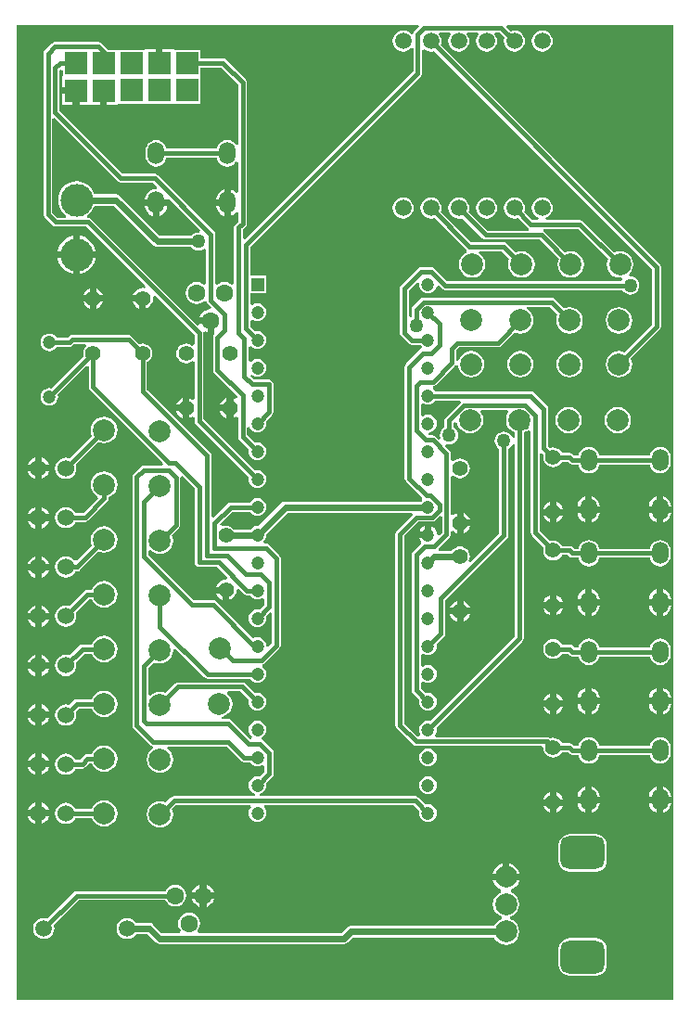
<source format=gbl>
G04*
G04 #@! TF.GenerationSoftware,Altium Limited,Altium Designer,19.1.6 (110)*
G04*
G04 Layer_Physical_Order=2*
G04 Layer_Color=16711680*
%FSLAX44Y44*%
%MOMM*%
G71*
G01*
G75*
%ADD16C,0.4000*%
%ADD28C,0.6000*%
%ADD30C,1.6000*%
%ADD31C,1.2000*%
%ADD32R,1.2000X1.2000*%
%ADD33C,1.4000*%
%ADD34C,2.0000*%
%ADD35O,1.5000X2.0000*%
%ADD36C,1.5240*%
G04:AMPARAMS|DCode=37|XSize=3mm|YSize=4mm|CornerRadius=0.75mm|HoleSize=0mm|Usage=FLASHONLY|Rotation=90.000|XOffset=0mm|YOffset=0mm|HoleType=Round|Shape=RoundedRectangle|*
%AMROUNDEDRECTD37*
21,1,3.0000,2.5000,0,0,90.0*
21,1,1.5000,4.0000,0,0,90.0*
1,1,1.5000,1.2500,0.7500*
1,1,1.5000,1.2500,-0.7500*
1,1,1.5000,-1.2500,-0.7500*
1,1,1.5000,-1.2500,0.7500*
%
%ADD37ROUNDEDRECTD37*%
%ADD38C,1.5000*%
%ADD39C,3.0000*%
%ADD40R,2.0000X2.0000*%
%ADD41C,1.2700*%
G36*
X855000Y375000D02*
X255000D01*
Y1265000D01*
X621619D01*
X622385Y1263152D01*
X618400Y1259168D01*
X617516Y1257845D01*
X617302Y1256768D01*
X616011Y1256243D01*
X615206Y1256215D01*
X614775Y1256776D01*
X612791Y1258298D01*
X610480Y1259256D01*
X608000Y1259582D01*
X605520Y1259256D01*
X603209Y1258298D01*
X601224Y1256776D01*
X599702Y1254791D01*
X598744Y1252480D01*
X598418Y1250000D01*
X598744Y1247520D01*
X599702Y1245209D01*
X601224Y1243225D01*
X603209Y1241702D01*
X605520Y1240745D01*
X608000Y1240418D01*
X610480Y1240745D01*
X612791Y1241702D01*
X614775Y1243225D01*
X615206Y1243785D01*
X617206Y1243107D01*
Y1222667D01*
X463634Y1069096D01*
X461786Y1069861D01*
Y1078065D01*
X464402Y1080680D01*
X465286Y1082003D01*
X465596Y1083564D01*
X465596Y1083564D01*
Y1211793D01*
X465596Y1211793D01*
X465286Y1213354D01*
X464402Y1214677D01*
X446195Y1232884D01*
X444872Y1233768D01*
X443311Y1234079D01*
X443311Y1234079D01*
X422800D01*
Y1242000D01*
X399716D01*
X397940Y1242540D01*
X397024Y1242540D01*
X388400D01*
Y1230000D01*
X382400D01*
Y1242540D01*
X373776D01*
X372860Y1242540D01*
X371084Y1242000D01*
X348234D01*
X348000Y1242000D01*
X346166Y1241600D01*
X346000Y1241600D01*
X338742D01*
X337884Y1242884D01*
X332884Y1247884D01*
X331561Y1248768D01*
X330000Y1249078D01*
X330000Y1249078D01*
X290000D01*
X288439Y1248768D01*
X287116Y1247884D01*
X280834Y1241602D01*
X279950Y1240279D01*
X279640Y1238718D01*
X279640Y1238718D01*
Y1092200D01*
X279640Y1092200D01*
X279950Y1090639D01*
X280834Y1089316D01*
X288200Y1081950D01*
X289523Y1081066D01*
X291084Y1080756D01*
X291084Y1080756D01*
X318384D01*
X372997Y1026143D01*
X372977Y1026068D01*
X371945Y1024367D01*
X370000Y1024623D01*
X367510Y1024295D01*
X365189Y1023333D01*
X363196Y1021804D01*
X361667Y1019811D01*
X360917Y1018000D01*
X370000D01*
Y1015000D01*
X373000D01*
Y1005917D01*
X374811Y1006667D01*
X376804Y1008196D01*
X378333Y1010189D01*
X379295Y1012510D01*
X379623Y1015000D01*
X379367Y1016945D01*
X381068Y1017977D01*
X381143Y1017997D01*
X417562Y981578D01*
Y973063D01*
X415562Y972077D01*
X414539Y972862D01*
X412350Y973769D01*
X410000Y974078D01*
X407651Y973769D01*
X405461Y972862D01*
X403581Y971419D01*
X402139Y969539D01*
X401232Y967350D01*
X400923Y965000D01*
X401232Y962651D01*
X402139Y960462D01*
X403581Y958581D01*
X405461Y957139D01*
X407651Y956232D01*
X410000Y955923D01*
X412350Y956232D01*
X414539Y957139D01*
X415562Y957924D01*
X417562Y956937D01*
Y923744D01*
X415562Y922758D01*
X414811Y923334D01*
X413000Y924084D01*
Y915001D01*
Y905917D01*
X414811Y906667D01*
X415562Y907243D01*
X417562Y906257D01*
Y903360D01*
X417562Y903360D01*
X417872Y901799D01*
X418756Y900476D01*
X467198Y852033D01*
X466931Y850000D01*
X467206Y847911D01*
X468012Y845965D01*
X469294Y844294D01*
X470965Y843012D01*
X472911Y842206D01*
X475000Y841931D01*
X477088Y842206D01*
X479034Y843012D01*
X480705Y844294D01*
X481988Y845965D01*
X482794Y847911D01*
X483069Y850000D01*
X482794Y852088D01*
X481988Y854034D01*
X480705Y855705D01*
X479034Y856988D01*
X477088Y857794D01*
X475000Y858069D01*
X472966Y857801D01*
X425718Y905049D01*
Y983267D01*
X425583Y983948D01*
X426251Y984636D01*
X427355Y985240D01*
X429300Y984434D01*
Y991600D01*
X422134D01*
X422298Y991206D01*
X420602Y990073D01*
X322957Y1087718D01*
X321634Y1088602D01*
X320171Y1088893D01*
X319981Y1089212D01*
X319635Y1090330D01*
X319631Y1090912D01*
X322079Y1092921D01*
X324203Y1095510D01*
X325782Y1098463D01*
X326218Y1099902D01*
X343684D01*
X380191Y1063395D01*
X381845Y1062290D01*
X383796Y1061902D01*
X414387D01*
X415045Y1061045D01*
X416789Y1059706D01*
X418820Y1058865D01*
X421000Y1058578D01*
X423180Y1058865D01*
X425211Y1059706D01*
X426230Y1060488D01*
X428230Y1059557D01*
Y1028234D01*
X426230Y1027518D01*
X424643Y1028735D01*
X422211Y1029743D01*
X419600Y1030086D01*
X416990Y1029743D01*
X414557Y1028735D01*
X412468Y1027132D01*
X410865Y1025043D01*
X409857Y1022610D01*
X409514Y1020000D01*
X409857Y1017390D01*
X410865Y1014957D01*
X412468Y1012868D01*
X414557Y1011265D01*
X416990Y1010257D01*
X419600Y1009914D01*
X422211Y1010257D01*
X424643Y1011265D01*
X426320Y1012552D01*
X427858Y1012250D01*
X428284Y1012017D01*
X428494Y1011878D01*
X428540Y1011645D01*
X429424Y1010322D01*
X432713Y1007033D01*
X431758Y1005160D01*
X429548Y1004869D01*
X426984Y1003807D01*
X424783Y1002117D01*
X423093Y999915D01*
X422134Y997600D01*
X432300D01*
Y994600D01*
X435300D01*
Y983461D01*
X435400Y983332D01*
X435696Y982484D01*
X435520Y982308D01*
X434636Y980985D01*
X434326Y979424D01*
X434326Y979424D01*
Y949728D01*
X434326Y949728D01*
X434636Y948168D01*
X435520Y946844D01*
X456740Y925625D01*
X456596Y924485D01*
X455650Y923875D01*
X454495Y923465D01*
X453000Y924084D01*
Y915001D01*
Y905917D01*
X454811Y906667D01*
X455462Y907167D01*
X457462Y906180D01*
Y888859D01*
X457462Y888859D01*
X457772Y887299D01*
X458657Y885975D01*
X467198Y877433D01*
X466931Y875400D01*
X467206Y873311D01*
X468012Y871365D01*
X469294Y869694D01*
X470965Y868412D01*
X472911Y867606D01*
X475000Y867331D01*
X477088Y867606D01*
X479034Y868412D01*
X480705Y869694D01*
X481988Y871365D01*
X482794Y873311D01*
X483069Y875400D01*
X482794Y877488D01*
X481988Y879434D01*
X480705Y881105D01*
X479034Y882388D01*
X477088Y883194D01*
X475000Y883469D01*
X472966Y883201D01*
X465619Y890549D01*
Y897317D01*
X467619Y897714D01*
X468012Y896765D01*
X469294Y895094D01*
X470965Y893812D01*
X472911Y893006D01*
X475000Y892731D01*
X477088Y893006D01*
X479034Y893812D01*
X480705Y895094D01*
X481988Y896765D01*
X482794Y898711D01*
X483069Y900800D01*
X482801Y902833D01*
X488424Y908456D01*
X489308Y909779D01*
X489618Y911340D01*
X489618Y911340D01*
Y936740D01*
X489308Y938300D01*
X488424Y939624D01*
X487100Y940508D01*
X485540Y940818D01*
X471589D01*
X468177Y944230D01*
X469499Y945737D01*
X470965Y944612D01*
X472911Y943806D01*
X475000Y943531D01*
X477088Y943806D01*
X479034Y944612D01*
X480705Y945894D01*
X481988Y947565D01*
X482794Y949511D01*
X483069Y951600D01*
X482794Y953688D01*
X481988Y955634D01*
X480705Y957306D01*
X479034Y958588D01*
X477088Y959394D01*
X475000Y959669D01*
X472911Y959394D01*
X470965Y958588D01*
X469294Y957306D01*
X469120Y957079D01*
X467120Y957758D01*
Y970842D01*
X469120Y971521D01*
X469294Y971294D01*
X470965Y970012D01*
X472911Y969206D01*
X475000Y968931D01*
X477088Y969206D01*
X479034Y970012D01*
X480705Y971294D01*
X481988Y972965D01*
X482794Y974911D01*
X483069Y977000D01*
X482794Y979088D01*
X481988Y981034D01*
X480705Y982706D01*
X479034Y983988D01*
X477088Y984794D01*
X475000Y985069D01*
X472966Y984801D01*
X468390Y989377D01*
Y994867D01*
X470390Y995853D01*
X470965Y995412D01*
X472911Y994606D01*
X475000Y994331D01*
X477088Y994606D01*
X479034Y995412D01*
X480705Y996694D01*
X481988Y998365D01*
X482794Y1000311D01*
X483069Y1002400D01*
X482794Y1004488D01*
X481988Y1006434D01*
X480705Y1008105D01*
X479034Y1009388D01*
X477088Y1010194D01*
X475000Y1010469D01*
X472911Y1010194D01*
X470965Y1009388D01*
X470390Y1008947D01*
X468390Y1009933D01*
Y1019800D01*
X483000D01*
Y1035800D01*
X468390D01*
Y1062317D01*
X624168Y1218094D01*
X624168Y1218094D01*
X625052Y1219417D01*
X625362Y1220978D01*
X625362Y1220978D01*
Y1241715D01*
X627362Y1242658D01*
X628609Y1241702D01*
X630920Y1240745D01*
X633400Y1240418D01*
X635880Y1240745D01*
X636592Y1241040D01*
X835392Y1042241D01*
Y991159D01*
X810106Y965874D01*
X808133Y966691D01*
X805000Y967103D01*
X801868Y966691D01*
X798948Y965482D01*
X796442Y963558D01*
X794518Y961052D01*
X793309Y958132D01*
X792897Y955000D01*
X793309Y951867D01*
X794518Y948948D01*
X796442Y946441D01*
X798948Y944518D01*
X801868Y943309D01*
X805000Y942896D01*
X808133Y943309D01*
X811052Y944518D01*
X813559Y946441D01*
X815482Y948948D01*
X816691Y951867D01*
X817104Y955000D01*
X816691Y958132D01*
X815874Y960106D01*
X842354Y986586D01*
X843238Y987909D01*
X843548Y989470D01*
X843548Y989470D01*
Y1043930D01*
X843548Y1043930D01*
X843238Y1045491D01*
X842354Y1046814D01*
X842354Y1046814D01*
X642360Y1246807D01*
X642655Y1247520D01*
X642982Y1250000D01*
X642655Y1252480D01*
X641698Y1254791D01*
X640734Y1256048D01*
X641667Y1258048D01*
X650532D01*
X651466Y1256048D01*
X650502Y1254791D01*
X649544Y1252480D01*
X649218Y1250000D01*
X649544Y1247520D01*
X650502Y1245209D01*
X652024Y1243225D01*
X654009Y1241702D01*
X656320Y1240745D01*
X658800Y1240418D01*
X661280Y1240745D01*
X663591Y1241702D01*
X665575Y1243225D01*
X667098Y1245209D01*
X668055Y1247520D01*
X668382Y1250000D01*
X668055Y1252480D01*
X667098Y1254791D01*
X666134Y1256048D01*
X667067Y1258048D01*
X675932D01*
X676866Y1256048D01*
X675902Y1254791D01*
X674944Y1252480D01*
X674618Y1250000D01*
X674944Y1247520D01*
X675902Y1245209D01*
X677424Y1243225D01*
X679409Y1241702D01*
X681720Y1240745D01*
X684200Y1240418D01*
X686680Y1240745D01*
X688991Y1241702D01*
X690975Y1243225D01*
X692498Y1245209D01*
X693455Y1247520D01*
X693782Y1250000D01*
X693455Y1252480D01*
X692498Y1254791D01*
X691534Y1256048D01*
X692467Y1258048D01*
X695785D01*
X700639Y1253193D01*
X700344Y1252480D01*
X700018Y1250000D01*
X700344Y1247520D01*
X701302Y1245209D01*
X702824Y1243225D01*
X704809Y1241702D01*
X707120Y1240745D01*
X709600Y1240418D01*
X712080Y1240745D01*
X714391Y1241702D01*
X716375Y1243225D01*
X717898Y1245209D01*
X718855Y1247520D01*
X719182Y1250000D01*
X718855Y1252480D01*
X717898Y1254791D01*
X716375Y1256776D01*
X714391Y1258298D01*
X712080Y1259256D01*
X709600Y1259582D01*
X707120Y1259256D01*
X706407Y1258960D01*
X702215Y1263152D01*
X702981Y1265000D01*
X855000D01*
Y375000D01*
D02*
G37*
G36*
X457440Y1210104D02*
Y1155805D01*
X455440Y1155258D01*
X454276Y1156775D01*
X452291Y1158298D01*
X449980Y1159255D01*
X447500Y1159582D01*
X445020Y1159255D01*
X442709Y1158298D01*
X440725Y1156775D01*
X439202Y1154791D01*
X438245Y1152480D01*
X438126Y1151578D01*
X391874D01*
X391756Y1152480D01*
X390798Y1154791D01*
X389276Y1156775D01*
X387291Y1158298D01*
X384980Y1159255D01*
X382500Y1159582D01*
X380020Y1159255D01*
X377709Y1158298D01*
X375725Y1156775D01*
X374202Y1154791D01*
X373245Y1152480D01*
X372918Y1150000D01*
Y1145000D01*
X373245Y1142520D01*
X374202Y1140209D01*
X375725Y1138224D01*
X377709Y1136702D01*
X380020Y1135744D01*
X382500Y1135418D01*
X384980Y1135744D01*
X387291Y1136702D01*
X389276Y1138224D01*
X390798Y1140209D01*
X391756Y1142520D01*
X391874Y1143421D01*
X438126D01*
X438245Y1142520D01*
X439202Y1140209D01*
X440725Y1138224D01*
X442709Y1136702D01*
X445020Y1135744D01*
X447500Y1135418D01*
X449980Y1135744D01*
X452291Y1136702D01*
X454276Y1138224D01*
X455440Y1139741D01*
X457440Y1139195D01*
Y1111825D01*
X455440Y1111146D01*
X454661Y1112161D01*
X452564Y1113770D01*
X450500Y1114625D01*
Y1102500D01*
Y1090376D01*
X452564Y1091230D01*
X454661Y1092840D01*
X455440Y1093855D01*
X457440Y1093176D01*
Y1085253D01*
X454824Y1082638D01*
X453940Y1081315D01*
X453630Y1079754D01*
X453630Y1079754D01*
Y1028234D01*
X451630Y1027518D01*
X450043Y1028735D01*
X447611Y1029743D01*
X445000Y1030086D01*
X442389Y1029743D01*
X439957Y1028735D01*
X438386Y1027530D01*
X436386Y1028261D01*
Y1073658D01*
X436076Y1075219D01*
X435192Y1076542D01*
X435192Y1076542D01*
X383884Y1127850D01*
X382561Y1128734D01*
X381000Y1129044D01*
X381000Y1129044D01*
X351955D01*
X294400Y1186599D01*
Y1223019D01*
X295400Y1223792D01*
X297400Y1222878D01*
Y1218916D01*
X296860Y1217140D01*
X296860Y1215824D01*
Y1207600D01*
X309400D01*
Y1204600D01*
X312400D01*
Y1192060D01*
X331400D01*
Y1204600D01*
X337400D01*
Y1192060D01*
X346389D01*
X346940Y1192060D01*
X348551Y1193000D01*
X348940Y1193000D01*
X371400D01*
X373400Y1193000D01*
X374000Y1193000D01*
X396800D01*
X398800Y1193000D01*
X399400Y1193000D01*
X422800D01*
Y1216000D01*
X422800Y1217500D01*
X422800Y1219000D01*
Y1225922D01*
X441622D01*
X457440Y1210104D01*
D02*
G37*
G36*
X347382Y1122082D02*
X348705Y1121198D01*
X350266Y1120888D01*
X350266Y1120888D01*
X379311D01*
X383138Y1117060D01*
X382706Y1115752D01*
X382273Y1115097D01*
X379879Y1114782D01*
X377437Y1113770D01*
X375340Y1112161D01*
X373730Y1110063D01*
X372719Y1107621D01*
X372439Y1105500D01*
X394142D01*
X394560Y1105638D01*
X423026Y1077173D01*
X422092Y1075278D01*
X421000Y1075422D01*
X418820Y1075135D01*
X416789Y1074294D01*
X415045Y1072955D01*
X414387Y1072098D01*
X385908D01*
X349401Y1108605D01*
X347747Y1109710D01*
X345796Y1110098D01*
X326218D01*
X325782Y1111537D01*
X324203Y1114491D01*
X322079Y1117079D01*
X319490Y1119203D01*
X316537Y1120782D01*
X313333Y1121754D01*
X310000Y1122082D01*
X306667Y1121754D01*
X303463Y1120782D01*
X300509Y1119203D01*
X297921Y1117079D01*
X295797Y1114491D01*
X294218Y1111537D01*
X293246Y1108333D01*
X292918Y1105000D01*
X293246Y1101667D01*
X294218Y1098463D01*
X295797Y1095510D01*
X297921Y1092921D01*
X300369Y1090912D01*
X300366Y1090418D01*
X299792Y1088912D01*
X292773D01*
X287796Y1093889D01*
Y1179055D01*
X289644Y1179820D01*
X347382Y1122082D01*
D02*
G37*
%LPC*%
G36*
X735000Y1259582D02*
X732520Y1259256D01*
X730209Y1258298D01*
X728224Y1256776D01*
X726702Y1254791D01*
X725744Y1252480D01*
X725418Y1250000D01*
X725744Y1247520D01*
X726702Y1245209D01*
X728224Y1243225D01*
X730209Y1241702D01*
X732520Y1240745D01*
X735000Y1240418D01*
X737480Y1240745D01*
X739791Y1241702D01*
X741775Y1243225D01*
X743298Y1245209D01*
X744255Y1247520D01*
X744582Y1250000D01*
X744255Y1252480D01*
X743298Y1254791D01*
X741775Y1256776D01*
X739791Y1258298D01*
X737480Y1259256D01*
X735000Y1259582D01*
D02*
G37*
G36*
X684200Y1107182D02*
X681720Y1106855D01*
X679409Y1105898D01*
X677424Y1104376D01*
X675902Y1102391D01*
X674944Y1100080D01*
X674618Y1097600D01*
X674944Y1095120D01*
X675902Y1092809D01*
X677424Y1090825D01*
X679409Y1089302D01*
X681720Y1088345D01*
X684200Y1088018D01*
X686680Y1088345D01*
X688991Y1089302D01*
X690975Y1090825D01*
X692498Y1092809D01*
X693455Y1095120D01*
X693782Y1097600D01*
X693455Y1100080D01*
X692498Y1102391D01*
X690975Y1104376D01*
X688991Y1105898D01*
X686680Y1106855D01*
X684200Y1107182D01*
D02*
G37*
G36*
X608000D02*
X605520Y1106855D01*
X603209Y1105898D01*
X601224Y1104376D01*
X599702Y1102391D01*
X598744Y1100080D01*
X598418Y1097600D01*
X598744Y1095120D01*
X599702Y1092809D01*
X601224Y1090825D01*
X603209Y1089302D01*
X605520Y1088345D01*
X608000Y1088018D01*
X610480Y1088345D01*
X612791Y1089302D01*
X614775Y1090825D01*
X616298Y1092809D01*
X617255Y1095120D01*
X617582Y1097600D01*
X617255Y1100080D01*
X616298Y1102391D01*
X614775Y1104376D01*
X612791Y1105898D01*
X610480Y1106855D01*
X608000Y1107182D01*
D02*
G37*
G36*
X735000D02*
X732520Y1106855D01*
X730209Y1105898D01*
X728224Y1104376D01*
X726702Y1102391D01*
X725744Y1100080D01*
X725418Y1097600D01*
X725744Y1095120D01*
X726702Y1092809D01*
X728224Y1090825D01*
X730209Y1089302D01*
X731840Y1088626D01*
X731442Y1086626D01*
X726341D01*
X718560Y1094407D01*
X718855Y1095120D01*
X719182Y1097600D01*
X718855Y1100080D01*
X717898Y1102391D01*
X716375Y1104376D01*
X714391Y1105898D01*
X712080Y1106855D01*
X709600Y1107182D01*
X707120Y1106855D01*
X704809Y1105898D01*
X702824Y1104376D01*
X701302Y1102391D01*
X700344Y1100080D01*
X700018Y1097600D01*
X700344Y1095120D01*
X701302Y1092809D01*
X702824Y1090825D01*
X704809Y1089302D01*
X707120Y1088345D01*
X709600Y1088018D01*
X712080Y1088345D01*
X712792Y1088640D01*
X721768Y1079664D01*
X722800Y1078974D01*
X722738Y1077757D01*
X722468Y1076974D01*
X685193D01*
X667760Y1094407D01*
X668055Y1095120D01*
X668382Y1097600D01*
X668055Y1100080D01*
X667098Y1102391D01*
X665575Y1104376D01*
X663591Y1105898D01*
X661280Y1106855D01*
X658800Y1107182D01*
X656320Y1106855D01*
X654009Y1105898D01*
X652024Y1104376D01*
X650502Y1102391D01*
X649544Y1100080D01*
X649218Y1097600D01*
X649544Y1095120D01*
X650502Y1092809D01*
X652024Y1090825D01*
X654009Y1089302D01*
X656320Y1088345D01*
X658800Y1088018D01*
X661280Y1088345D01*
X661992Y1088640D01*
X680620Y1070012D01*
X681943Y1069128D01*
X683504Y1068818D01*
X732415D01*
X750126Y1051106D01*
X749309Y1049133D01*
X748897Y1046000D01*
X749309Y1042867D01*
X750518Y1039948D01*
X752442Y1037441D01*
X754949Y1035518D01*
X757868Y1034309D01*
X761000Y1033896D01*
X764133Y1034309D01*
X767052Y1035518D01*
X769559Y1037441D01*
X771482Y1039948D01*
X772691Y1042867D01*
X773104Y1046000D01*
X772691Y1049133D01*
X771482Y1052052D01*
X769559Y1054558D01*
X767052Y1056482D01*
X764133Y1057691D01*
X761000Y1058103D01*
X757868Y1057691D01*
X755894Y1056874D01*
X736988Y1075780D01*
X735956Y1076470D01*
X736018Y1077687D01*
X736288Y1078470D01*
X767763D01*
X795126Y1051106D01*
X794309Y1049133D01*
X793896Y1046000D01*
X794309Y1042867D01*
X795518Y1039948D01*
X797441Y1037441D01*
X799948Y1035518D01*
X802867Y1034309D01*
X806000Y1033896D01*
X807367Y1034076D01*
X808385Y1032300D01*
X807534Y1031000D01*
X648053D01*
X636583Y1042470D01*
X635260Y1043354D01*
X633699Y1043664D01*
X633699Y1043664D01*
X624586D01*
X623025Y1043354D01*
X621702Y1042470D01*
X621702Y1042470D01*
X606208Y1026976D01*
X605324Y1025653D01*
X605014Y1024092D01*
X605014Y1024092D01*
Y983858D01*
X605014Y983858D01*
X605324Y982297D01*
X606208Y980974D01*
X613066Y974116D01*
X613066Y974116D01*
X614389Y973232D01*
X615950Y972921D01*
X615950Y972922D01*
X623625D01*
X624874Y971294D01*
X625270Y970990D01*
X624772Y968852D01*
X624349Y968768D01*
X623026Y967884D01*
X623026Y967884D01*
X610526Y955384D01*
X609642Y954061D01*
X609332Y952500D01*
X609332Y952500D01*
Y850900D01*
X609332Y850900D01*
X609642Y849339D01*
X610526Y848016D01*
X625359Y833183D01*
X625329Y830746D01*
X625215Y830567D01*
X624874Y830305D01*
X624408Y829698D01*
X500400D01*
X498449Y829310D01*
X496795Y828205D01*
X475759Y807169D01*
X475000Y807269D01*
X472911Y806994D01*
X470965Y806188D01*
X469294Y804905D01*
X468828Y804298D01*
X453342D01*
X452689Y805149D01*
X450809Y806591D01*
X448619Y807498D01*
X446270Y807808D01*
X443920Y807498D01*
X443350Y807262D01*
X441153Y808517D01*
X441049Y809252D01*
X452318Y820521D01*
X468046D01*
X469294Y818894D01*
X470965Y817612D01*
X472911Y816806D01*
X475000Y816531D01*
X477088Y816806D01*
X479034Y817612D01*
X480705Y818894D01*
X481988Y820565D01*
X482794Y822511D01*
X483069Y824600D01*
X482794Y826688D01*
X481988Y828634D01*
X480705Y830305D01*
X479034Y831588D01*
X477088Y832394D01*
X475000Y832669D01*
X472911Y832394D01*
X470965Y831588D01*
X469294Y830305D01*
X468046Y828678D01*
X450629D01*
X449068Y828368D01*
X447745Y827484D01*
X435127Y814866D01*
X433279Y815631D01*
Y871363D01*
X432969Y872924D01*
X432085Y874247D01*
X374079Y932253D01*
Y956948D01*
X374539Y957138D01*
X376419Y958581D01*
X377862Y960461D01*
X378769Y962650D01*
X379078Y965000D01*
X378769Y967349D01*
X377862Y969539D01*
X376419Y971419D01*
X374539Y972861D01*
X372350Y973768D01*
X370000Y974078D01*
X367651Y973768D01*
X367190Y973577D01*
X360238Y980530D01*
X358915Y981414D01*
X357354Y981724D01*
X357354Y981724D01*
X306176D01*
X306176Y981724D01*
X304615Y981414D01*
X303292Y980530D01*
X303292Y980530D01*
X301841Y979078D01*
X291954D01*
X290706Y980705D01*
X289035Y981988D01*
X287089Y982794D01*
X285000Y983069D01*
X282912Y982794D01*
X280966Y981988D01*
X279294Y980705D01*
X278012Y979034D01*
X277206Y977088D01*
X276931Y975000D01*
X277206Y972911D01*
X278012Y970965D01*
X279294Y969294D01*
X280966Y968012D01*
X282912Y967206D01*
X285000Y966931D01*
X287089Y967206D01*
X289035Y968012D01*
X290706Y969294D01*
X291954Y970921D01*
X303530D01*
X303530Y970921D01*
X305091Y971232D01*
X306414Y972116D01*
X307866Y973568D01*
X318096D01*
X318775Y971568D01*
X318581Y971419D01*
X317139Y969539D01*
X316232Y967349D01*
X315923Y965000D01*
X316232Y962650D01*
X316360Y962340D01*
X287023Y933003D01*
X285000Y933269D01*
X282912Y932994D01*
X280966Y932188D01*
X279294Y930906D01*
X278012Y929235D01*
X277206Y927289D01*
X276931Y925200D01*
X277206Y923112D01*
X278012Y921166D01*
X279294Y919494D01*
X280966Y918212D01*
X282912Y917406D01*
X285000Y917131D01*
X287089Y917406D01*
X289035Y918212D01*
X290706Y919494D01*
X291988Y921166D01*
X292794Y923112D01*
X293069Y925200D01*
X292800Y927244D01*
X319074Y953518D01*
X320922Y952753D01*
Y934438D01*
X320922Y934438D01*
X321232Y932877D01*
X322116Y931554D01*
X389204Y864466D01*
X388438Y862619D01*
X371348D01*
X371348Y862619D01*
X369787Y862308D01*
X368464Y861424D01*
X368464Y861424D01*
X361860Y854820D01*
X360976Y853497D01*
X360666Y851936D01*
X360666Y851936D01*
Y625256D01*
X360666Y625256D01*
X360976Y623695D01*
X361860Y622372D01*
X376754Y607478D01*
X376754Y607478D01*
X378077Y606594D01*
X379256Y606360D01*
X379665Y605250D01*
X379690Y604284D01*
X377442Y602558D01*
X375518Y600052D01*
X374309Y597132D01*
X373897Y594000D01*
X374309Y590867D01*
X375518Y587948D01*
X377442Y585441D01*
X379949Y583518D01*
X382868Y582309D01*
X386000Y581896D01*
X389133Y582309D01*
X392052Y583518D01*
X394559Y585441D01*
X396482Y587948D01*
X397691Y590867D01*
X398104Y594000D01*
X397691Y597132D01*
X396482Y600052D01*
X394559Y602558D01*
X392310Y604284D01*
X392383Y605218D01*
X392863Y606284D01*
X446680D01*
X459847Y593116D01*
X461170Y592232D01*
X462731Y591921D01*
X462731Y591922D01*
X468046D01*
X469294Y590294D01*
X470965Y589012D01*
X472911Y588206D01*
X475000Y587931D01*
X477088Y588206D01*
X479034Y589012D01*
X479570Y589423D01*
X481570Y588436D01*
Y582937D01*
X477033Y578401D01*
X475000Y578669D01*
X472911Y578394D01*
X470965Y577588D01*
X469294Y576306D01*
X468012Y574634D01*
X467206Y572688D01*
X466931Y570600D01*
X467206Y568511D01*
X468012Y566565D01*
X469294Y564894D01*
X470965Y563612D01*
X472911Y562806D01*
X472610Y560846D01*
X398768D01*
X398768Y560846D01*
X397207Y560536D01*
X395884Y559652D01*
X391106Y554874D01*
X389132Y555691D01*
X386000Y556104D01*
X382867Y555691D01*
X379948Y554482D01*
X377441Y552558D01*
X375518Y550052D01*
X374309Y547133D01*
X373896Y544000D01*
X374309Y540867D01*
X375518Y537948D01*
X377441Y535441D01*
X379948Y533518D01*
X382867Y532309D01*
X386000Y531896D01*
X389132Y532309D01*
X392052Y533518D01*
X394558Y535441D01*
X396482Y537948D01*
X397691Y540867D01*
X398103Y544000D01*
X397691Y547133D01*
X396874Y549106D01*
X400457Y552690D01*
X468334D01*
X468934Y551575D01*
X469129Y550690D01*
X468012Y549234D01*
X467206Y547288D01*
X466931Y545200D01*
X467206Y543111D01*
X468012Y541165D01*
X469294Y539494D01*
X470965Y538212D01*
X472911Y537406D01*
X475000Y537131D01*
X477088Y537406D01*
X479034Y538212D01*
X480705Y539494D01*
X481988Y541165D01*
X482794Y543111D01*
X483069Y545200D01*
X482794Y547288D01*
X481988Y549234D01*
X480871Y550690D01*
X481066Y551575D01*
X481666Y552690D01*
X617322D01*
X622779Y547233D01*
X622511Y545200D01*
X622786Y543111D01*
X623592Y541165D01*
X624874Y539494D01*
X626545Y538212D01*
X628492Y537406D01*
X630580Y537131D01*
X632668Y537406D01*
X634614Y538212D01*
X636286Y539494D01*
X637568Y541165D01*
X638374Y543111D01*
X638649Y545200D01*
X638374Y547288D01*
X637568Y549234D01*
X636286Y550905D01*
X634614Y552188D01*
X632668Y552994D01*
X630580Y553269D01*
X628546Y553001D01*
X621896Y559652D01*
X620572Y560536D01*
X619012Y560846D01*
X619012Y560846D01*
X477390D01*
X477088Y562806D01*
X479034Y563612D01*
X480705Y564894D01*
X481988Y566565D01*
X482794Y568511D01*
X483069Y570600D01*
X482801Y572633D01*
X488532Y578364D01*
X488532Y578364D01*
X489416Y579687D01*
X489726Y581248D01*
X489726Y581248D01*
Y600257D01*
X489416Y601818D01*
X488532Y603141D01*
X488532Y603141D01*
X480205Y611468D01*
X479037Y612248D01*
X478860Y613306D01*
X478849Y613764D01*
X478951Y614377D01*
X479034Y614412D01*
X480705Y615694D01*
X481988Y617365D01*
X482794Y619311D01*
X483069Y621400D01*
X482794Y623488D01*
X481988Y625434D01*
X480705Y627105D01*
X479034Y628388D01*
X477088Y629194D01*
X475000Y629469D01*
X472911Y629194D01*
X470965Y628388D01*
X469294Y627105D01*
X468012Y625434D01*
X467206Y623488D01*
X466931Y621400D01*
X467206Y619311D01*
X468012Y617365D01*
X469294Y615694D01*
X470225Y614980D01*
X469775Y612981D01*
X468261Y612836D01*
X451088Y630010D01*
X449765Y630894D01*
X448204Y631204D01*
X448204Y631204D01*
X442470D01*
X442339Y633204D01*
X443133Y633309D01*
X446052Y634518D01*
X448559Y636441D01*
X450482Y638948D01*
X451691Y641867D01*
X452104Y645000D01*
X451691Y648133D01*
X450482Y651052D01*
X448559Y653559D01*
X447233Y654576D01*
X447912Y656576D01*
X459456D01*
X467198Y648833D01*
X466931Y646800D01*
X467206Y644711D01*
X468012Y642765D01*
X469294Y641094D01*
X470965Y639812D01*
X472911Y639006D01*
X475000Y638731D01*
X477088Y639006D01*
X479034Y639812D01*
X480705Y641094D01*
X481988Y642765D01*
X482794Y644711D01*
X483069Y646800D01*
X482794Y648888D01*
X481988Y650834D01*
X480705Y652505D01*
X479034Y653788D01*
X477088Y654594D01*
X475000Y654869D01*
X472966Y654601D01*
X464030Y663538D01*
X462706Y664422D01*
X461146Y664732D01*
X461146Y664732D01*
X402654D01*
X401093Y664422D01*
X399770Y663538D01*
X399770Y663538D01*
X391106Y654874D01*
X389133Y655691D01*
X386000Y656104D01*
X382868Y655691D01*
X379949Y654482D01*
X377442Y652559D01*
X377426Y652539D01*
X375426Y653218D01*
Y677659D01*
X380894Y683126D01*
X382868Y682309D01*
X386000Y681897D01*
X389133Y682309D01*
X392052Y683518D01*
X394559Y685442D01*
X396482Y687948D01*
X397691Y690867D01*
X398104Y694000D01*
X397989Y694875D01*
X399883Y695809D01*
X426376Y669316D01*
X426376Y669316D01*
X427699Y668432D01*
X429260Y668121D01*
X429260Y668121D01*
X468046D01*
X469294Y666494D01*
X470965Y665212D01*
X472911Y664406D01*
X475000Y664131D01*
X477088Y664406D01*
X479034Y665212D01*
X480705Y666494D01*
X481988Y668165D01*
X482794Y670111D01*
X483069Y672200D01*
X482794Y674288D01*
X481988Y676234D01*
X480705Y677906D01*
X479471Y678852D01*
X479627Y680499D01*
X479780Y680837D01*
X479865Y680970D01*
X480097Y681016D01*
X481420Y681900D01*
X495136Y695616D01*
X495136Y695616D01*
X496020Y696939D01*
X496330Y698500D01*
Y777538D01*
X496020Y779098D01*
X495136Y780422D01*
X495136Y780422D01*
X485484Y790073D01*
X484161Y790958D01*
X482600Y791268D01*
X482600Y791268D01*
X481090D01*
X480411Y793268D01*
X480705Y793494D01*
X481988Y795165D01*
X482794Y797111D01*
X483069Y799200D01*
X482969Y799959D01*
X502511Y819502D01*
X615906D01*
X616734Y817502D01*
X602116Y802884D01*
X601232Y801561D01*
X600922Y800000D01*
X600922Y800000D01*
Y625630D01*
X600922Y625630D01*
X601232Y624069D01*
X602116Y622746D01*
X617130Y607732D01*
X617130Y607732D01*
X618453Y606848D01*
X620014Y606538D01*
X734608D01*
X735927Y605034D01*
X735922Y605000D01*
X736232Y602651D01*
X737138Y600461D01*
X738581Y598581D01*
X740461Y597139D01*
X742650Y596232D01*
X745000Y595922D01*
X747349Y596232D01*
X749539Y597139D01*
X751419Y598581D01*
X752861Y600461D01*
X753052Y600922D01*
X758279D01*
X759584Y599616D01*
X760907Y598732D01*
X762468Y598422D01*
X762468Y598422D01*
X768126D01*
X768245Y597520D01*
X769202Y595209D01*
X770725Y593225D01*
X772709Y591702D01*
X775020Y590745D01*
X777500Y590418D01*
X779980Y590745D01*
X782291Y591702D01*
X784276Y593225D01*
X785798Y595209D01*
X786756Y597520D01*
X786874Y598422D01*
X833126D01*
X833245Y597520D01*
X834202Y595209D01*
X835725Y593225D01*
X837709Y591702D01*
X840020Y590745D01*
X842500Y590418D01*
X844980Y590745D01*
X847291Y591702D01*
X849276Y593225D01*
X850798Y595209D01*
X851756Y597520D01*
X852082Y600000D01*
Y605000D01*
X851756Y607480D01*
X850798Y609791D01*
X849276Y611776D01*
X847291Y613298D01*
X844980Y614256D01*
X842500Y614582D01*
X840020Y614256D01*
X837709Y613298D01*
X835725Y611776D01*
X834202Y609791D01*
X833245Y607480D01*
X833126Y606578D01*
X786874D01*
X786756Y607480D01*
X785798Y609791D01*
X784276Y611776D01*
X782291Y613298D01*
X779980Y614256D01*
X777500Y614582D01*
X775020Y614256D01*
X772709Y613298D01*
X770725Y611776D01*
X769202Y609791D01*
X768245Y607480D01*
X768126Y606578D01*
X764157D01*
X762852Y607884D01*
X761529Y608768D01*
X759968Y609078D01*
X759968Y609078D01*
X753052D01*
X752861Y609539D01*
X751419Y611419D01*
X749539Y612862D01*
X747349Y613768D01*
X745000Y614078D01*
X742650Y613768D01*
X742166Y613568D01*
X740945Y614384D01*
X739384Y614694D01*
X739384Y614694D01*
X638039D01*
X637053Y616694D01*
X637568Y617365D01*
X638374Y619311D01*
X638649Y621400D01*
X638381Y623433D01*
X716884Y701936D01*
X717768Y703259D01*
X718079Y704820D01*
X718078Y704820D01*
Y892701D01*
X720052Y893518D01*
X720780Y894077D01*
X721561Y894232D01*
X722648Y894959D01*
X723670Y894689D01*
X724648Y894156D01*
Y801274D01*
X724648Y801274D01*
X724958Y799713D01*
X725842Y798390D01*
X736422Y787810D01*
X736232Y787350D01*
X735922Y785000D01*
X736232Y782651D01*
X737138Y780461D01*
X738581Y778581D01*
X740461Y777139D01*
X742650Y776232D01*
X745000Y775923D01*
X747349Y776232D01*
X749539Y777139D01*
X751419Y778581D01*
X752861Y780461D01*
X753052Y780922D01*
X758279D01*
X759585Y779616D01*
X759585Y779616D01*
X760908Y778732D01*
X762468Y778421D01*
X768126D01*
X768245Y777520D01*
X769202Y775209D01*
X770725Y773224D01*
X772709Y771702D01*
X775020Y770744D01*
X777500Y770418D01*
X779980Y770744D01*
X782291Y771702D01*
X784276Y773224D01*
X785798Y775209D01*
X786756Y777520D01*
X786874Y778421D01*
X833126D01*
X833245Y777520D01*
X834202Y775209D01*
X835725Y773224D01*
X837709Y771702D01*
X840020Y770744D01*
X842500Y770418D01*
X844980Y770744D01*
X847291Y771702D01*
X849276Y773224D01*
X850798Y775209D01*
X851756Y777520D01*
X852082Y780000D01*
Y785000D01*
X851756Y787480D01*
X850798Y789791D01*
X849276Y791775D01*
X847291Y793298D01*
X844980Y794255D01*
X842500Y794582D01*
X840020Y794255D01*
X837709Y793298D01*
X835725Y791775D01*
X834202Y789791D01*
X833245Y787480D01*
X833126Y786578D01*
X786874D01*
X786756Y787480D01*
X785798Y789791D01*
X784276Y791775D01*
X782291Y793298D01*
X779980Y794255D01*
X777500Y794582D01*
X775020Y794255D01*
X772709Y793298D01*
X770725Y791775D01*
X769202Y789791D01*
X768245Y787480D01*
X768126Y786578D01*
X764158D01*
X762852Y787884D01*
X761529Y788768D01*
X759968Y789079D01*
X759968Y789079D01*
X753052D01*
X752861Y789539D01*
X751419Y791419D01*
X749539Y792862D01*
X747349Y793768D01*
X745000Y794078D01*
X742650Y793768D01*
X742190Y793578D01*
X732804Y802963D01*
Y873600D01*
X734804Y874429D01*
X736423Y872810D01*
X736232Y872350D01*
X735923Y870000D01*
X736232Y867651D01*
X737139Y865462D01*
X738581Y863581D01*
X740462Y862139D01*
X742651Y861232D01*
X745000Y860923D01*
X747350Y861232D01*
X749539Y862139D01*
X751419Y863581D01*
X752862Y865462D01*
X753053Y865922D01*
X758279D01*
X759585Y864616D01*
X759585Y864616D01*
X760908Y863732D01*
X762468Y863422D01*
X768126D01*
X768245Y862520D01*
X769202Y860209D01*
X770725Y858224D01*
X772709Y856702D01*
X775020Y855744D01*
X777500Y855418D01*
X779980Y855744D01*
X782291Y856702D01*
X784276Y858224D01*
X785798Y860209D01*
X786756Y862520D01*
X786874Y863422D01*
X833126D01*
X833245Y862520D01*
X834202Y860209D01*
X835725Y858224D01*
X837709Y856702D01*
X840020Y855744D01*
X842500Y855418D01*
X844980Y855744D01*
X847291Y856702D01*
X849276Y858224D01*
X850798Y860209D01*
X851756Y862520D01*
X852082Y865000D01*
Y870000D01*
X851756Y872480D01*
X850798Y874791D01*
X849276Y876775D01*
X847291Y878298D01*
X844980Y879255D01*
X842500Y879582D01*
X840020Y879255D01*
X837709Y878298D01*
X835725Y876775D01*
X834202Y874791D01*
X833245Y872480D01*
X833126Y871578D01*
X786874D01*
X786756Y872480D01*
X785798Y874791D01*
X784276Y876775D01*
X782291Y878298D01*
X779980Y879255D01*
X777500Y879582D01*
X775020Y879255D01*
X772709Y878298D01*
X770725Y876775D01*
X769202Y874791D01*
X768245Y872480D01*
X768126Y871578D01*
X764158D01*
X762852Y872884D01*
X761529Y873768D01*
X759968Y874079D01*
X759968Y874079D01*
X753053D01*
X752862Y874539D01*
X751419Y876419D01*
X749539Y877862D01*
X747350Y878769D01*
X745000Y879078D01*
X742651Y878769D01*
X742190Y878578D01*
X740424Y880344D01*
Y914400D01*
X740424Y914400D01*
X740114Y915961D01*
X739230Y917284D01*
X727430Y929084D01*
X726107Y929968D01*
X724546Y930278D01*
X724546Y930278D01*
X637534D01*
X636286Y931906D01*
X635158Y932771D01*
X635148Y932894D01*
X635625Y934830D01*
X636561Y935016D01*
X637884Y935900D01*
X655108Y953124D01*
X655108Y953124D01*
X655959Y954397D01*
X656125Y954426D01*
X658003Y954192D01*
X658309Y951867D01*
X659518Y948948D01*
X661442Y946441D01*
X663948Y944518D01*
X666868Y943309D01*
X670000Y942896D01*
X673133Y943309D01*
X676052Y944518D01*
X678559Y946441D01*
X680482Y948948D01*
X681691Y951867D01*
X682104Y955000D01*
X681691Y958132D01*
X680482Y961052D01*
X678559Y963558D01*
X676052Y965482D01*
X673133Y966691D01*
X670000Y967103D01*
X666868Y966691D01*
X663948Y965482D01*
X661442Y963558D01*
X659518Y961052D01*
X658309Y958132D01*
X658303Y958083D01*
X656303Y958215D01*
Y967527D01*
X659295Y970520D01*
X694598D01*
X694598Y970520D01*
X696159Y970830D01*
X697482Y971714D01*
X709894Y984126D01*
X711867Y983309D01*
X715000Y982896D01*
X718132Y983309D01*
X721052Y984518D01*
X723558Y986441D01*
X725482Y988948D01*
X726691Y991867D01*
X727103Y995000D01*
X726691Y998132D01*
X725482Y1001052D01*
X723558Y1003558D01*
X721052Y1005482D01*
X720835Y1005572D01*
X721233Y1007571D01*
X741661D01*
X749126Y1000106D01*
X748309Y998132D01*
X747896Y995000D01*
X748309Y991867D01*
X749518Y988948D01*
X751441Y986441D01*
X753948Y984518D01*
X756867Y983309D01*
X760000Y982896D01*
X763133Y983309D01*
X766052Y984518D01*
X768559Y986441D01*
X770482Y988948D01*
X771691Y991867D01*
X772104Y995000D01*
X771691Y998132D01*
X770482Y1001052D01*
X768559Y1003558D01*
X766052Y1005482D01*
X763133Y1006691D01*
X760000Y1007103D01*
X756867Y1006691D01*
X754894Y1005873D01*
X746234Y1014534D01*
X744911Y1015418D01*
X743350Y1015728D01*
X743350Y1015728D01*
X626749D01*
X626748Y1015728D01*
X625188Y1015418D01*
X623865Y1014534D01*
X623865Y1014534D01*
X617116Y1007785D01*
X616232Y1006462D01*
X615922Y1004901D01*
X615922Y1004901D01*
Y998679D01*
X615170Y998211D01*
X613170Y999323D01*
Y1022403D01*
X620786Y1030018D01*
X622680Y1029084D01*
X622511Y1027800D01*
X622786Y1025711D01*
X623592Y1023765D01*
X624874Y1022094D01*
X626545Y1020812D01*
X628492Y1020006D01*
X630580Y1019731D01*
X632668Y1020006D01*
X634614Y1020812D01*
X636286Y1022094D01*
X637568Y1023765D01*
X638374Y1025711D01*
X638444Y1026245D01*
X640556Y1026962D01*
X643480Y1024038D01*
X643480Y1024038D01*
X644803Y1023154D01*
X646364Y1022844D01*
X646364Y1022844D01*
X807991D01*
X808046Y1022711D01*
X809385Y1020967D01*
X811129Y1019628D01*
X813160Y1018787D01*
X815340Y1018500D01*
X817520Y1018787D01*
X819551Y1019628D01*
X821295Y1020967D01*
X822634Y1022711D01*
X823475Y1024742D01*
X823762Y1026922D01*
X823475Y1029102D01*
X822634Y1031133D01*
X821295Y1032877D01*
X819551Y1034216D01*
X817520Y1035057D01*
X815340Y1035344D01*
X815063Y1035308D01*
X814270Y1037221D01*
X814558Y1037441D01*
X816482Y1039948D01*
X817691Y1042867D01*
X818103Y1046000D01*
X817691Y1049133D01*
X816482Y1052052D01*
X814558Y1054558D01*
X812052Y1056482D01*
X809133Y1057691D01*
X806000Y1058103D01*
X802867Y1057691D01*
X800894Y1056874D01*
X772336Y1085432D01*
X771013Y1086316D01*
X769452Y1086626D01*
X769452Y1086626D01*
X738558D01*
X738160Y1088626D01*
X739791Y1089302D01*
X741775Y1090825D01*
X743298Y1092809D01*
X744255Y1095120D01*
X744582Y1097600D01*
X744255Y1100080D01*
X743298Y1102391D01*
X741775Y1104376D01*
X739791Y1105898D01*
X737480Y1106855D01*
X735000Y1107182D01*
D02*
G37*
G36*
X313000Y1072330D02*
Y1058000D01*
X327329D01*
X327286Y1058439D01*
X326283Y1061745D01*
X324654Y1064792D01*
X322463Y1067463D01*
X319792Y1069655D01*
X316745Y1071283D01*
X313438Y1072286D01*
X313000Y1072330D01*
D02*
G37*
G36*
X307000D02*
X306561Y1072286D01*
X303255Y1071283D01*
X300208Y1069655D01*
X297537Y1067463D01*
X295345Y1064792D01*
X293717Y1061745D01*
X292714Y1058439D01*
X292670Y1058000D01*
X307000D01*
Y1072330D01*
D02*
G37*
G36*
X327329Y1052000D02*
X313000D01*
Y1037671D01*
X313438Y1037714D01*
X316745Y1038717D01*
X319792Y1040346D01*
X322463Y1042538D01*
X324654Y1045208D01*
X326283Y1048255D01*
X327286Y1051562D01*
X327329Y1052000D01*
D02*
G37*
G36*
X307000D02*
X292670D01*
X292714Y1051562D01*
X293717Y1048255D01*
X295345Y1045208D01*
X297537Y1042538D01*
X300208Y1040346D01*
X303255Y1038717D01*
X306561Y1037714D01*
X307000Y1037671D01*
Y1052000D01*
D02*
G37*
G36*
X633400Y1107182D02*
X630920Y1106855D01*
X628609Y1105898D01*
X626624Y1104376D01*
X625102Y1102391D01*
X624144Y1100080D01*
X623818Y1097600D01*
X624144Y1095120D01*
X625102Y1092809D01*
X626624Y1090825D01*
X628609Y1089302D01*
X630920Y1088345D01*
X633400Y1088018D01*
X635880Y1088345D01*
X636592Y1088640D01*
X665634Y1059598D01*
X665634Y1059598D01*
X666250Y1059186D01*
X666168Y1056987D01*
X664948Y1056482D01*
X662442Y1054559D01*
X660518Y1052052D01*
X659309Y1049133D01*
X658897Y1046000D01*
X659309Y1042868D01*
X660518Y1039948D01*
X662442Y1037442D01*
X664948Y1035518D01*
X667868Y1034309D01*
X671000Y1033897D01*
X674133Y1034309D01*
X677052Y1035518D01*
X679559Y1037442D01*
X681482Y1039948D01*
X682691Y1042868D01*
X683104Y1046000D01*
X682691Y1049133D01*
X681482Y1052052D01*
X679559Y1054559D01*
X677154Y1056404D01*
X677141Y1056610D01*
X677988Y1058404D01*
X697829D01*
X705126Y1051106D01*
X704309Y1049133D01*
X703896Y1046000D01*
X704309Y1042867D01*
X705518Y1039948D01*
X707442Y1037441D01*
X709948Y1035518D01*
X712868Y1034309D01*
X716000Y1033896D01*
X719133Y1034309D01*
X722052Y1035518D01*
X724559Y1037441D01*
X726482Y1039948D01*
X727691Y1042867D01*
X728104Y1046000D01*
X727691Y1049133D01*
X726482Y1052052D01*
X724559Y1054558D01*
X722052Y1056482D01*
X719133Y1057691D01*
X716000Y1058103D01*
X712868Y1057691D01*
X710894Y1056874D01*
X702402Y1065366D01*
X701079Y1066250D01*
X699518Y1066560D01*
X699518Y1066560D01*
X670207D01*
X642360Y1094407D01*
X642655Y1095120D01*
X642982Y1097600D01*
X642655Y1100080D01*
X641698Y1102391D01*
X640175Y1104376D01*
X638191Y1105898D01*
X635880Y1106855D01*
X633400Y1107182D01*
D02*
G37*
G36*
X328000Y1024084D02*
Y1018000D01*
X334084D01*
X333333Y1019811D01*
X331804Y1021804D01*
X329811Y1023333D01*
X328000Y1024084D01*
D02*
G37*
G36*
X322000D02*
X320189Y1023333D01*
X318196Y1021804D01*
X316667Y1019811D01*
X315917Y1018000D01*
X322000D01*
Y1024084D01*
D02*
G37*
G36*
X334084Y1012000D02*
X328000D01*
Y1005917D01*
X329811Y1006667D01*
X331804Y1008196D01*
X333333Y1010189D01*
X334084Y1012000D01*
D02*
G37*
G36*
X367000D02*
X360917D01*
X361667Y1010189D01*
X363196Y1008196D01*
X365189Y1006667D01*
X367000Y1005917D01*
Y1012000D01*
D02*
G37*
G36*
X322000D02*
X315917D01*
X316667Y1010189D01*
X318196Y1008196D01*
X320189Y1006667D01*
X322000Y1005917D01*
Y1012000D01*
D02*
G37*
G36*
X805000Y1007103D02*
X801868Y1006691D01*
X798948Y1005482D01*
X796442Y1003558D01*
X794518Y1001052D01*
X793309Y998132D01*
X792897Y995000D01*
X793309Y991867D01*
X794518Y988948D01*
X796442Y986441D01*
X798948Y984518D01*
X801868Y983309D01*
X805000Y982896D01*
X808133Y983309D01*
X811052Y984518D01*
X813559Y986441D01*
X815482Y988948D01*
X816691Y991867D01*
X817104Y995000D01*
X816691Y998132D01*
X815482Y1001052D01*
X813559Y1003558D01*
X811052Y1005482D01*
X808133Y1006691D01*
X805000Y1007103D01*
D02*
G37*
G36*
X760000Y967103D02*
X756867Y966691D01*
X753948Y965482D01*
X751441Y963558D01*
X749518Y961052D01*
X748309Y958132D01*
X747896Y955000D01*
X748309Y951867D01*
X749518Y948948D01*
X751441Y946441D01*
X753948Y944518D01*
X756867Y943309D01*
X760000Y942896D01*
X763133Y943309D01*
X766052Y944518D01*
X768559Y946441D01*
X770482Y948948D01*
X771691Y951867D01*
X772104Y955000D01*
X771691Y958132D01*
X770482Y961052D01*
X768559Y963558D01*
X766052Y965482D01*
X763133Y966691D01*
X760000Y967103D01*
D02*
G37*
G36*
X715000D02*
X711867Y966691D01*
X708948Y965482D01*
X706441Y963558D01*
X704518Y961052D01*
X703309Y958132D01*
X702896Y955000D01*
X703309Y951867D01*
X704518Y948948D01*
X706441Y946441D01*
X708948Y944518D01*
X711867Y943309D01*
X715000Y942896D01*
X718132Y943309D01*
X721052Y944518D01*
X723558Y946441D01*
X725482Y948948D01*
X726691Y951867D01*
X727103Y955000D01*
X726691Y958132D01*
X725482Y961052D01*
X723558Y963558D01*
X721052Y965482D01*
X718132Y966691D01*
X715000Y967103D01*
D02*
G37*
G36*
X447000Y924084D02*
X445189Y923334D01*
X443196Y921805D01*
X441667Y919812D01*
X440917Y918000D01*
X447000D01*
Y924084D01*
D02*
G37*
G36*
X407000Y924084D02*
X405189Y923334D01*
X403196Y921805D01*
X401667Y919812D01*
X400917Y918000D01*
X407000D01*
Y924084D01*
D02*
G37*
G36*
Y912001D02*
X400917D01*
X401667Y910189D01*
X403196Y908196D01*
X405189Y906667D01*
X407000Y905917D01*
Y912001D01*
D02*
G37*
G36*
X447000Y912001D02*
X440917D01*
X441667Y910189D01*
X443196Y908196D01*
X445189Y906667D01*
X447000Y905917D01*
Y912001D01*
D02*
G37*
G36*
X804000Y916104D02*
X800867Y915691D01*
X797948Y914482D01*
X795441Y912559D01*
X793518Y910052D01*
X792309Y907133D01*
X791896Y904000D01*
X792309Y900868D01*
X793518Y897948D01*
X795441Y895442D01*
X797948Y893518D01*
X800867Y892309D01*
X804000Y891897D01*
X807132Y892309D01*
X810052Y893518D01*
X812558Y895442D01*
X814482Y897948D01*
X815691Y900868D01*
X816104Y904000D01*
X815691Y907133D01*
X814482Y910052D01*
X812558Y912559D01*
X810052Y914482D01*
X807132Y915691D01*
X804000Y916104D01*
D02*
G37*
G36*
X759000D02*
X755868Y915691D01*
X752949Y914482D01*
X750442Y912559D01*
X748518Y910052D01*
X747309Y907133D01*
X746897Y904000D01*
X747309Y900868D01*
X748518Y897948D01*
X750442Y895442D01*
X752949Y893518D01*
X755868Y892309D01*
X759000Y891897D01*
X762133Y892309D01*
X765052Y893518D01*
X767559Y895442D01*
X769482Y897948D01*
X770691Y900868D01*
X771104Y904000D01*
X770691Y907133D01*
X769482Y910052D01*
X767559Y912559D01*
X765052Y914482D01*
X762133Y915691D01*
X759000Y916104D01*
D02*
G37*
G36*
X335000Y907104D02*
X331867Y906691D01*
X328948Y905482D01*
X326442Y903559D01*
X324518Y901052D01*
X323309Y898133D01*
X322896Y895000D01*
X323309Y891867D01*
X324126Y889894D01*
X303284Y869052D01*
X302511Y869372D01*
X300000Y869703D01*
X297489Y869372D01*
X295148Y868403D01*
X293139Y866861D01*
X291597Y864851D01*
X290627Y862511D01*
X290297Y860000D01*
X290627Y857488D01*
X291597Y855148D01*
X293139Y853139D01*
X295148Y851597D01*
X297489Y850627D01*
X300000Y850297D01*
X302511Y850627D01*
X304851Y851597D01*
X306861Y853139D01*
X308403Y855148D01*
X309372Y857488D01*
X309703Y860000D01*
X309372Y862511D01*
X309052Y863284D01*
X329894Y884126D01*
X331867Y883309D01*
X335000Y882896D01*
X338133Y883309D01*
X341052Y884518D01*
X343559Y886441D01*
X345482Y888948D01*
X346691Y891867D01*
X347104Y895000D01*
X346691Y898133D01*
X345482Y901052D01*
X343559Y903559D01*
X341052Y905482D01*
X338133Y906691D01*
X335000Y907104D01*
D02*
G37*
G36*
X278000Y869754D02*
Y863000D01*
X284755D01*
X283875Y865124D01*
X282246Y867246D01*
X280124Y868875D01*
X278000Y869754D01*
D02*
G37*
G36*
X272000D02*
X269876Y868875D01*
X267754Y867246D01*
X266126Y865124D01*
X265246Y863000D01*
X272000D01*
Y869754D01*
D02*
G37*
G36*
X284755Y857000D02*
X278000D01*
Y850245D01*
X280124Y851125D01*
X282246Y852754D01*
X283875Y854876D01*
X284755Y857000D01*
D02*
G37*
G36*
X272000D02*
X265246D01*
X266126Y854876D01*
X267754Y852754D01*
X269876Y851125D01*
X272000Y850245D01*
Y857000D01*
D02*
G37*
G36*
X845500Y834625D02*
Y825500D01*
X852561D01*
X852282Y827621D01*
X851270Y830064D01*
X849661Y832161D01*
X847563Y833770D01*
X845500Y834625D01*
D02*
G37*
G36*
X839500D02*
X837437Y833770D01*
X835340Y832161D01*
X833730Y830064D01*
X832719Y827621D01*
X832439Y825500D01*
X839500D01*
Y834625D01*
D02*
G37*
G36*
X780500D02*
Y825500D01*
X787561D01*
X787282Y827621D01*
X786270Y830064D01*
X784661Y832161D01*
X782563Y833770D01*
X780500Y834625D01*
D02*
G37*
G36*
X774500D02*
X772437Y833770D01*
X770340Y832161D01*
X768730Y830064D01*
X767719Y827621D01*
X767439Y825500D01*
X774500D01*
Y834625D01*
D02*
G37*
G36*
X748000Y829083D02*
Y823000D01*
X754084D01*
X753333Y824811D01*
X751804Y826804D01*
X749811Y828333D01*
X748000Y829083D01*
D02*
G37*
G36*
X742000D02*
X740189Y828333D01*
X738196Y826804D01*
X736667Y824811D01*
X735917Y823000D01*
X742000D01*
Y829083D01*
D02*
G37*
G36*
X335000Y857104D02*
X331867Y856691D01*
X328948Y855482D01*
X326442Y853559D01*
X324518Y851052D01*
X323309Y848133D01*
X322896Y845000D01*
X323309Y841868D01*
X324518Y838948D01*
X326442Y836442D01*
X328650Y834747D01*
X329296Y832768D01*
X329330Y832598D01*
X315811Y819079D01*
X308723D01*
X308403Y819852D01*
X306861Y821861D01*
X304851Y823403D01*
X302511Y824372D01*
X300000Y824703D01*
X297489Y824372D01*
X295148Y823403D01*
X293139Y821861D01*
X291597Y819852D01*
X290627Y817512D01*
X290297Y815000D01*
X290627Y812489D01*
X291597Y810149D01*
X293139Y808139D01*
X295148Y806597D01*
X297489Y805628D01*
X300000Y805297D01*
X302511Y805628D01*
X304851Y806597D01*
X306861Y808139D01*
X308403Y810149D01*
X308723Y810922D01*
X317500D01*
X317500Y810922D01*
X319061Y811232D01*
X320384Y812116D01*
X337884Y829616D01*
X338768Y830939D01*
X339078Y832500D01*
X339078Y832500D01*
Y833701D01*
X341052Y834518D01*
X343559Y836442D01*
X345482Y838948D01*
X346691Y841868D01*
X347104Y845000D01*
X346691Y848133D01*
X345482Y851052D01*
X343559Y853559D01*
X341052Y855482D01*
X338133Y856691D01*
X335000Y857104D01*
D02*
G37*
G36*
X278000Y824755D02*
Y818000D01*
X284755D01*
X283875Y820124D01*
X282246Y822246D01*
X280124Y823875D01*
X278000Y824755D01*
D02*
G37*
G36*
X272000D02*
X269876Y823875D01*
X267754Y822246D01*
X266126Y820124D01*
X265246Y818000D01*
X272000D01*
Y824755D01*
D02*
G37*
G36*
X754084Y817000D02*
X748000D01*
Y810917D01*
X749811Y811667D01*
X751804Y813196D01*
X753333Y815189D01*
X754084Y817000D01*
D02*
G37*
G36*
X742000D02*
X735917D01*
X736667Y815189D01*
X738196Y813196D01*
X740189Y811667D01*
X742000Y810917D01*
Y817000D01*
D02*
G37*
G36*
X852561Y819500D02*
X845500D01*
Y810376D01*
X847563Y811230D01*
X849661Y812840D01*
X851270Y814937D01*
X852282Y817379D01*
X852561Y819500D01*
D02*
G37*
G36*
X839500D02*
X832439D01*
X832719Y817379D01*
X833730Y814937D01*
X835340Y812840D01*
X837437Y811230D01*
X839500Y810376D01*
Y819500D01*
D02*
G37*
G36*
X787561D02*
X780500D01*
Y810376D01*
X782563Y811230D01*
X784661Y812840D01*
X786270Y814937D01*
X787282Y817379D01*
X787561Y819500D01*
D02*
G37*
G36*
X774500D02*
X767439D01*
X767719Y817379D01*
X768730Y814937D01*
X770340Y812840D01*
X772437Y811230D01*
X774500Y810376D01*
Y819500D01*
D02*
G37*
G36*
X284755Y812000D02*
X278000D01*
Y805246D01*
X280124Y806125D01*
X282246Y807754D01*
X283875Y809876D01*
X284755Y812000D01*
D02*
G37*
G36*
X272000D02*
X265246D01*
X266126Y809876D01*
X267754Y807754D01*
X269876Y806125D01*
X272000Y805246D01*
Y812000D01*
D02*
G37*
G36*
X335000Y807104D02*
X331867Y806691D01*
X328948Y805482D01*
X326442Y803559D01*
X324518Y801052D01*
X323309Y798133D01*
X322896Y795000D01*
X323309Y791868D01*
X324126Y789894D01*
X310056Y775823D01*
X307470Y776067D01*
X306861Y776861D01*
X304851Y778403D01*
X302511Y779372D01*
X300000Y779703D01*
X297489Y779372D01*
X295148Y778403D01*
X293139Y776861D01*
X291597Y774852D01*
X290627Y772511D01*
X290297Y770000D01*
X290627Y767489D01*
X291597Y765148D01*
X293139Y763139D01*
X295148Y761597D01*
X297489Y760628D01*
X300000Y760297D01*
X302511Y760628D01*
X304851Y761597D01*
X306861Y763139D01*
X308403Y765148D01*
X308723Y765922D01*
X310000D01*
X310000Y765922D01*
X311561Y766232D01*
X312884Y767116D01*
X329894Y784127D01*
X331867Y783309D01*
X335000Y782897D01*
X338133Y783309D01*
X341052Y784518D01*
X343559Y786442D01*
X345482Y788948D01*
X346691Y791868D01*
X347104Y795000D01*
X346691Y798133D01*
X345482Y801052D01*
X343559Y803559D01*
X341052Y805482D01*
X338133Y806691D01*
X335000Y807104D01*
D02*
G37*
G36*
X278000Y779754D02*
Y773000D01*
X284755D01*
X283875Y775124D01*
X282246Y777246D01*
X280124Y778875D01*
X278000Y779754D01*
D02*
G37*
G36*
X272000D02*
X269876Y778875D01*
X267754Y777246D01*
X266126Y775124D01*
X265246Y773000D01*
X272000D01*
Y779754D01*
D02*
G37*
G36*
X284755Y767000D02*
X278000D01*
Y760246D01*
X280124Y761125D01*
X282246Y762754D01*
X283875Y764876D01*
X284755Y767000D01*
D02*
G37*
G36*
X272000D02*
X265246D01*
X266126Y764876D01*
X267754Y762754D01*
X269876Y761125D01*
X272000Y760246D01*
Y767000D01*
D02*
G37*
G36*
X335000Y757103D02*
X331867Y756691D01*
X328948Y755482D01*
X326442Y753558D01*
X324518Y751052D01*
X323701Y749078D01*
X320000D01*
X320000Y749078D01*
X318439Y748768D01*
X317116Y747884D01*
X317116Y747884D01*
X303284Y734052D01*
X302511Y734372D01*
X300000Y734703D01*
X297489Y734372D01*
X295148Y733403D01*
X293139Y731861D01*
X291597Y729851D01*
X290627Y727511D01*
X290297Y725000D01*
X290627Y722488D01*
X291597Y720148D01*
X293139Y718139D01*
X295148Y716597D01*
X297489Y715627D01*
X300000Y715297D01*
X302511Y715627D01*
X304851Y716597D01*
X306861Y718139D01*
X308403Y720148D01*
X309372Y722488D01*
X309703Y725000D01*
X309372Y727511D01*
X309052Y728284D01*
X321689Y740921D01*
X323701D01*
X324518Y738948D01*
X326442Y736441D01*
X328948Y734518D01*
X331867Y733309D01*
X335000Y732896D01*
X338133Y733309D01*
X341052Y734518D01*
X343559Y736441D01*
X345482Y738948D01*
X346691Y741867D01*
X347104Y745000D01*
X346691Y748132D01*
X345482Y751052D01*
X343559Y753558D01*
X341052Y755482D01*
X338133Y756691D01*
X335000Y757103D01*
D02*
G37*
G36*
X845500Y749625D02*
Y740500D01*
X852561D01*
X852282Y742621D01*
X851270Y745063D01*
X849661Y747161D01*
X847563Y748770D01*
X845500Y749625D01*
D02*
G37*
G36*
X839500D02*
X837437Y748770D01*
X835340Y747161D01*
X833730Y745063D01*
X832719Y742621D01*
X832439Y740500D01*
X839500D01*
Y749625D01*
D02*
G37*
G36*
X780500D02*
Y740500D01*
X787561D01*
X787282Y742621D01*
X786270Y745063D01*
X784661Y747161D01*
X782563Y748770D01*
X780500Y749625D01*
D02*
G37*
G36*
X774500D02*
X772437Y748770D01*
X770340Y747161D01*
X768730Y745063D01*
X767719Y742621D01*
X767439Y740500D01*
X774500D01*
Y749625D01*
D02*
G37*
G36*
X748000Y744083D02*
Y738000D01*
X754083D01*
X753333Y739811D01*
X751804Y741804D01*
X749811Y743333D01*
X748000Y744083D01*
D02*
G37*
G36*
X742000D02*
X740189Y743333D01*
X738196Y741804D01*
X736667Y739811D01*
X735916Y738000D01*
X742000D01*
Y744083D01*
D02*
G37*
G36*
X278000Y734754D02*
Y728000D01*
X284755D01*
X283875Y730124D01*
X282246Y732246D01*
X280124Y733875D01*
X278000Y734754D01*
D02*
G37*
G36*
X272000D02*
X269876Y733875D01*
X267754Y732246D01*
X266126Y730124D01*
X265246Y728000D01*
X272000D01*
Y734754D01*
D02*
G37*
G36*
X754083Y732000D02*
X748000D01*
Y725916D01*
X749811Y726667D01*
X751804Y728196D01*
X753333Y730189D01*
X754083Y732000D01*
D02*
G37*
G36*
X742000D02*
X735916D01*
X736667Y730189D01*
X738196Y728196D01*
X740189Y726667D01*
X742000Y725916D01*
Y732000D01*
D02*
G37*
G36*
X852561Y734500D02*
X845500D01*
Y725376D01*
X847563Y726230D01*
X849661Y727840D01*
X851270Y729937D01*
X852282Y732379D01*
X852561Y734500D01*
D02*
G37*
G36*
X839500D02*
X832439D01*
X832719Y732379D01*
X833730Y729937D01*
X835340Y727840D01*
X837437Y726230D01*
X839500Y725376D01*
Y734500D01*
D02*
G37*
G36*
X787561D02*
X780500D01*
Y725376D01*
X782563Y726230D01*
X784661Y727840D01*
X786270Y729937D01*
X787282Y732379D01*
X787561Y734500D01*
D02*
G37*
G36*
X774500D02*
X767439D01*
X767719Y732379D01*
X768730Y729937D01*
X770340Y727840D01*
X772437Y726230D01*
X774500Y725376D01*
Y734500D01*
D02*
G37*
G36*
X284755Y722000D02*
X278000D01*
Y715245D01*
X280124Y716125D01*
X282246Y717754D01*
X283875Y719876D01*
X284755Y722000D01*
D02*
G37*
G36*
X272000D02*
X265246D01*
X266126Y719876D01*
X267754Y717754D01*
X269876Y716125D01*
X272000Y715245D01*
Y722000D01*
D02*
G37*
G36*
X335000Y707103D02*
X331867Y706691D01*
X328948Y705482D01*
X326442Y703558D01*
X324518Y701052D01*
X323701Y699078D01*
X315000D01*
X315000Y699078D01*
X313439Y698768D01*
X312116Y697884D01*
X312116Y697884D01*
X303284Y689052D01*
X302511Y689372D01*
X300000Y689703D01*
X297489Y689372D01*
X295148Y688403D01*
X293139Y686861D01*
X291597Y684852D01*
X290627Y682512D01*
X290297Y680000D01*
X290627Y677489D01*
X291597Y675149D01*
X293139Y673139D01*
X295148Y671597D01*
X297489Y670628D01*
X300000Y670297D01*
X302511Y670628D01*
X304851Y671597D01*
X306861Y673139D01*
X308403Y675149D01*
X309372Y677489D01*
X309703Y680000D01*
X309372Y682512D01*
X309052Y683285D01*
X316689Y690921D01*
X323701D01*
X324518Y688948D01*
X326442Y686441D01*
X328948Y684518D01*
X331867Y683309D01*
X335000Y682896D01*
X338133Y683309D01*
X341052Y684518D01*
X343559Y686441D01*
X345482Y688948D01*
X346691Y691867D01*
X347104Y695000D01*
X346691Y698132D01*
X345482Y701052D01*
X343559Y703558D01*
X341052Y705482D01*
X338133Y706691D01*
X335000Y707103D01*
D02*
G37*
G36*
X842500Y704582D02*
X840020Y704256D01*
X837709Y703298D01*
X835725Y701776D01*
X834202Y699791D01*
X833245Y697480D01*
X833126Y696578D01*
X786874D01*
X786756Y697480D01*
X785798Y699791D01*
X784276Y701776D01*
X782291Y703298D01*
X779980Y704256D01*
X777500Y704582D01*
X775020Y704256D01*
X772709Y703298D01*
X770725Y701776D01*
X769202Y699791D01*
X768245Y697480D01*
X768126Y696578D01*
X764157D01*
X762852Y697884D01*
X761529Y698768D01*
X759968Y699078D01*
X759968Y699078D01*
X753052D01*
X752861Y699539D01*
X751419Y701419D01*
X749539Y702861D01*
X747349Y703768D01*
X745000Y704078D01*
X742650Y703768D01*
X740461Y702861D01*
X738581Y701419D01*
X737138Y699539D01*
X736232Y697349D01*
X735922Y695000D01*
X736232Y692650D01*
X737138Y690461D01*
X738581Y688581D01*
X740461Y687138D01*
X742650Y686232D01*
X745000Y685922D01*
X747349Y686232D01*
X749539Y687138D01*
X751419Y688581D01*
X752861Y690461D01*
X753052Y690921D01*
X758279D01*
X759584Y689616D01*
X760907Y688732D01*
X762468Y688422D01*
X762468Y688422D01*
X768126D01*
X768245Y687520D01*
X769202Y685209D01*
X770725Y683224D01*
X772709Y681702D01*
X775020Y680744D01*
X777500Y680418D01*
X779980Y680744D01*
X782291Y681702D01*
X784276Y683224D01*
X785798Y685209D01*
X786756Y687520D01*
X786874Y688422D01*
X833126D01*
X833245Y687520D01*
X834202Y685209D01*
X835725Y683224D01*
X837709Y681702D01*
X840020Y680744D01*
X842500Y680418D01*
X844980Y680744D01*
X847291Y681702D01*
X849276Y683224D01*
X850798Y685209D01*
X851756Y687520D01*
X852082Y690000D01*
Y695000D01*
X851756Y697480D01*
X850798Y699791D01*
X849276Y701776D01*
X847291Y703298D01*
X844980Y704256D01*
X842500Y704582D01*
D02*
G37*
G36*
X278000Y689755D02*
Y683000D01*
X284755D01*
X283875Y685124D01*
X282246Y687246D01*
X280124Y688875D01*
X278000Y689755D01*
D02*
G37*
G36*
X272000D02*
X269876Y688875D01*
X267754Y687246D01*
X266126Y685124D01*
X265246Y683000D01*
X272000D01*
Y689755D01*
D02*
G37*
G36*
X284755Y677000D02*
X278000D01*
Y670246D01*
X280124Y671125D01*
X282246Y672754D01*
X283875Y674876D01*
X284755Y677000D01*
D02*
G37*
G36*
X272000D02*
X265246D01*
X266126Y674876D01*
X267754Y672754D01*
X269876Y671125D01*
X272000Y670246D01*
Y677000D01*
D02*
G37*
G36*
X845500Y659624D02*
Y650500D01*
X852561D01*
X852282Y652621D01*
X851270Y655063D01*
X849661Y657160D01*
X847563Y658770D01*
X845500Y659624D01*
D02*
G37*
G36*
X839500D02*
X837437Y658770D01*
X835340Y657160D01*
X833730Y655063D01*
X832719Y652621D01*
X832439Y650500D01*
X839500D01*
Y659624D01*
D02*
G37*
G36*
X780500D02*
Y650500D01*
X787561D01*
X787282Y652621D01*
X786270Y655063D01*
X784661Y657160D01*
X782563Y658770D01*
X780500Y659624D01*
D02*
G37*
G36*
X774500D02*
X772437Y658770D01*
X770340Y657160D01*
X768730Y655063D01*
X767719Y652621D01*
X767439Y650500D01*
X774500D01*
Y659624D01*
D02*
G37*
G36*
X335000Y657104D02*
X331867Y656691D01*
X328948Y655482D01*
X326442Y653559D01*
X324518Y651052D01*
X323701Y649078D01*
X310000D01*
X310000Y649078D01*
X308439Y648768D01*
X307116Y647884D01*
X303284Y644052D01*
X302511Y644372D01*
X300000Y644703D01*
X297489Y644372D01*
X295148Y643403D01*
X293139Y641861D01*
X291597Y639851D01*
X290627Y637511D01*
X290297Y635000D01*
X290627Y632489D01*
X291597Y630149D01*
X293139Y628139D01*
X295148Y626597D01*
X297489Y625628D01*
X300000Y625297D01*
X302511Y625628D01*
X304851Y626597D01*
X306861Y628139D01*
X308403Y630149D01*
X309372Y632489D01*
X309703Y635000D01*
X309372Y637511D01*
X309052Y638284D01*
X311689Y640922D01*
X323701D01*
X324518Y638948D01*
X326442Y636441D01*
X328948Y634518D01*
X331867Y633309D01*
X335000Y632896D01*
X338133Y633309D01*
X341052Y634518D01*
X343559Y636441D01*
X345482Y638948D01*
X346691Y641867D01*
X347104Y645000D01*
X346691Y648133D01*
X345482Y651052D01*
X343559Y653559D01*
X341052Y655482D01*
X338133Y656691D01*
X335000Y657104D01*
D02*
G37*
G36*
X748000Y654083D02*
Y648000D01*
X754083D01*
X753333Y649811D01*
X751804Y651804D01*
X749811Y653333D01*
X748000Y654083D01*
D02*
G37*
G36*
X742000D02*
X740189Y653333D01*
X738196Y651804D01*
X736667Y649811D01*
X735916Y648000D01*
X742000D01*
Y654083D01*
D02*
G37*
G36*
X278000Y644754D02*
Y638000D01*
X284755D01*
X283875Y640124D01*
X282246Y642246D01*
X280124Y643875D01*
X278000Y644754D01*
D02*
G37*
G36*
X272000D02*
X269876Y643875D01*
X267754Y642246D01*
X266126Y640124D01*
X265246Y638000D01*
X272000D01*
Y644754D01*
D02*
G37*
G36*
X754083Y642000D02*
X748000D01*
Y635917D01*
X749811Y636667D01*
X751804Y638196D01*
X753333Y640189D01*
X754083Y642000D01*
D02*
G37*
G36*
X742000D02*
X735916D01*
X736667Y640189D01*
X738196Y638196D01*
X740189Y636667D01*
X742000Y635917D01*
Y642000D01*
D02*
G37*
G36*
X852561Y644500D02*
X845500D01*
Y635375D01*
X847563Y636230D01*
X849661Y637839D01*
X851270Y639936D01*
X852282Y642379D01*
X852561Y644500D01*
D02*
G37*
G36*
X839500D02*
X832439D01*
X832719Y642379D01*
X833730Y639936D01*
X835340Y637839D01*
X837437Y636230D01*
X839500Y635375D01*
Y644500D01*
D02*
G37*
G36*
X787561D02*
X780500D01*
Y635375D01*
X782563Y636230D01*
X784661Y637839D01*
X786270Y639936D01*
X787282Y642379D01*
X787561Y644500D01*
D02*
G37*
G36*
X774500D02*
X767439D01*
X767719Y642379D01*
X768730Y639936D01*
X770340Y637839D01*
X772437Y636230D01*
X774500Y635375D01*
Y644500D01*
D02*
G37*
G36*
X284755Y632000D02*
X278000D01*
Y625246D01*
X280124Y626125D01*
X282246Y627754D01*
X283875Y629876D01*
X284755Y632000D01*
D02*
G37*
G36*
X272000D02*
X265246D01*
X266126Y629876D01*
X267754Y627754D01*
X269876Y626125D01*
X272000Y625246D01*
Y632000D01*
D02*
G37*
G36*
X335000Y607104D02*
X331867Y606691D01*
X328948Y605482D01*
X326442Y603559D01*
X324518Y601052D01*
X323701Y599078D01*
X319960D01*
X319960Y599078D01*
X318400Y598768D01*
X317076Y597884D01*
X313271Y594078D01*
X308723D01*
X308403Y594851D01*
X306861Y596861D01*
X304851Y598403D01*
X302511Y599372D01*
X300000Y599703D01*
X297489Y599372D01*
X295148Y598403D01*
X293139Y596861D01*
X291597Y594851D01*
X290627Y592511D01*
X290297Y590000D01*
X290627Y587489D01*
X291597Y585148D01*
X293139Y583139D01*
X295148Y581597D01*
X297489Y580628D01*
X300000Y580297D01*
X302511Y580628D01*
X304851Y581597D01*
X306861Y583139D01*
X308403Y585148D01*
X308723Y585922D01*
X314960D01*
X314960Y585922D01*
X316521Y586232D01*
X317844Y587116D01*
X321650Y590922D01*
X323701D01*
X324518Y588948D01*
X326442Y586442D01*
X328948Y584518D01*
X331867Y583309D01*
X335000Y582896D01*
X338133Y583309D01*
X341052Y584518D01*
X343559Y586442D01*
X345482Y588948D01*
X346691Y591867D01*
X347104Y595000D01*
X346691Y598133D01*
X345482Y601052D01*
X343559Y603559D01*
X341052Y605482D01*
X338133Y606691D01*
X335000Y607104D01*
D02*
G37*
G36*
X278000Y599754D02*
Y593000D01*
X284755D01*
X283875Y595124D01*
X282246Y597246D01*
X280124Y598875D01*
X278000Y599754D01*
D02*
G37*
G36*
X272000D02*
X269876Y598875D01*
X267754Y597246D01*
X266126Y595124D01*
X265246Y593000D01*
X272000D01*
Y599754D01*
D02*
G37*
G36*
X630580Y604069D02*
X628492Y603794D01*
X626545Y602988D01*
X624874Y601706D01*
X623592Y600034D01*
X622786Y598088D01*
X622511Y596000D01*
X622786Y593911D01*
X623592Y591965D01*
X624874Y590294D01*
X626545Y589012D01*
X628492Y588206D01*
X630580Y587931D01*
X632668Y588206D01*
X634614Y589012D01*
X636286Y590294D01*
X637568Y591965D01*
X638374Y593911D01*
X638649Y596000D01*
X638374Y598088D01*
X637568Y600034D01*
X636286Y601706D01*
X634614Y602988D01*
X632668Y603794D01*
X630580Y604069D01*
D02*
G37*
G36*
X284755Y587000D02*
X278000D01*
Y580245D01*
X280124Y581125D01*
X282246Y582754D01*
X283875Y584876D01*
X284755Y587000D01*
D02*
G37*
G36*
X272000D02*
X265246D01*
X266126Y584876D01*
X267754Y582754D01*
X269876Y581125D01*
X272000Y580245D01*
Y587000D01*
D02*
G37*
G36*
X630580Y578669D02*
X628492Y578394D01*
X626545Y577588D01*
X624874Y576306D01*
X623592Y574634D01*
X622786Y572688D01*
X622511Y570600D01*
X622786Y568511D01*
X623592Y566565D01*
X624874Y564894D01*
X626545Y563612D01*
X628492Y562806D01*
X630580Y562531D01*
X632668Y562806D01*
X634614Y563612D01*
X636286Y564894D01*
X637568Y566565D01*
X638374Y568511D01*
X638649Y570600D01*
X638374Y572688D01*
X637568Y574634D01*
X636286Y576306D01*
X634614Y577588D01*
X632668Y578394D01*
X630580Y578669D01*
D02*
G37*
G36*
X845500Y569625D02*
Y560500D01*
X852561D01*
X852282Y562621D01*
X851270Y565063D01*
X849661Y567161D01*
X847563Y568770D01*
X845500Y569625D01*
D02*
G37*
G36*
X839500D02*
X837437Y568770D01*
X835340Y567161D01*
X833730Y565063D01*
X832719Y562621D01*
X832439Y560500D01*
X839500D01*
Y569625D01*
D02*
G37*
G36*
X780500D02*
Y560500D01*
X787561D01*
X787282Y562621D01*
X786270Y565063D01*
X784661Y567161D01*
X782563Y568770D01*
X780500Y569625D01*
D02*
G37*
G36*
X774500D02*
X772437Y568770D01*
X770340Y567161D01*
X768730Y565063D01*
X767719Y562621D01*
X767439Y560500D01*
X774500D01*
Y569625D01*
D02*
G37*
G36*
X748000Y564084D02*
Y558000D01*
X754083D01*
X753333Y559811D01*
X751804Y561804D01*
X749811Y563333D01*
X748000Y564084D01*
D02*
G37*
G36*
X742000D02*
X740189Y563333D01*
X738196Y561804D01*
X736667Y559811D01*
X735916Y558000D01*
X742000D01*
Y564084D01*
D02*
G37*
G36*
X335000Y557104D02*
X331867Y556691D01*
X328948Y555482D01*
X326441Y553559D01*
X324518Y551052D01*
X323700Y549078D01*
X308723D01*
X308403Y549852D01*
X306861Y551861D01*
X304851Y553403D01*
X302511Y554373D01*
X300000Y554703D01*
X297489Y554373D01*
X295148Y553403D01*
X293139Y551861D01*
X291597Y549852D01*
X290627Y547511D01*
X290297Y545000D01*
X290627Y542489D01*
X291597Y540149D01*
X293139Y538139D01*
X295148Y536597D01*
X297489Y535628D01*
X300000Y535297D01*
X302511Y535628D01*
X304851Y536597D01*
X306861Y538139D01*
X308403Y540149D01*
X308723Y540922D01*
X323700D01*
X324518Y538948D01*
X326441Y536442D01*
X328948Y534518D01*
X331867Y533309D01*
X335000Y532897D01*
X338132Y533309D01*
X341051Y534518D01*
X343558Y536442D01*
X345482Y538948D01*
X346691Y541867D01*
X347103Y545000D01*
X346691Y548133D01*
X345482Y551052D01*
X343558Y553559D01*
X341051Y555482D01*
X338132Y556691D01*
X335000Y557104D01*
D02*
G37*
G36*
X278000Y554755D02*
Y548000D01*
X284755D01*
X283875Y550124D01*
X282246Y552246D01*
X280124Y553875D01*
X278000Y554755D01*
D02*
G37*
G36*
X272000D02*
X269876Y553875D01*
X267754Y552246D01*
X266126Y550124D01*
X265246Y548000D01*
X272000D01*
Y554755D01*
D02*
G37*
G36*
X754083Y552000D02*
X748000D01*
Y545917D01*
X749811Y546667D01*
X751804Y548196D01*
X753333Y550189D01*
X754083Y552000D01*
D02*
G37*
G36*
X742000D02*
X735916D01*
X736667Y550189D01*
X738196Y548196D01*
X740189Y546667D01*
X742000Y545917D01*
Y552000D01*
D02*
G37*
G36*
X852561Y554500D02*
X845500D01*
Y545375D01*
X847563Y546230D01*
X849661Y547839D01*
X851270Y549937D01*
X852282Y552379D01*
X852561Y554500D01*
D02*
G37*
G36*
X839500D02*
X832439D01*
X832719Y552379D01*
X833730Y549937D01*
X835340Y547839D01*
X837437Y546230D01*
X839500Y545375D01*
Y554500D01*
D02*
G37*
G36*
X787561D02*
X780500D01*
Y545375D01*
X782563Y546230D01*
X784661Y547839D01*
X786270Y549937D01*
X787282Y552379D01*
X787561Y554500D01*
D02*
G37*
G36*
X774500D02*
X767439D01*
X767719Y552379D01*
X768730Y549937D01*
X770340Y547839D01*
X772437Y546230D01*
X774500Y545375D01*
Y554500D01*
D02*
G37*
G36*
X284755Y542000D02*
X278000D01*
Y535246D01*
X280124Y536125D01*
X282246Y537754D01*
X283875Y539876D01*
X284755Y542000D01*
D02*
G37*
G36*
X272000D02*
X265246D01*
X266126Y539876D01*
X267754Y537754D01*
X269876Y536125D01*
X272000Y535246D01*
Y542000D01*
D02*
G37*
G36*
X784500Y526082D02*
X759500D01*
X757020Y525756D01*
X754709Y524799D01*
X752725Y523276D01*
X751202Y521291D01*
X750245Y518980D01*
X749918Y516500D01*
Y501500D01*
X750245Y499020D01*
X751202Y496709D01*
X752725Y494725D01*
X754709Y493202D01*
X757020Y492245D01*
X759500Y491918D01*
X784500D01*
X786980Y492245D01*
X789291Y493202D01*
X791275Y494725D01*
X792798Y496709D01*
X793755Y499020D01*
X794082Y501500D01*
Y516500D01*
X793755Y518980D01*
X792798Y521291D01*
X791275Y523276D01*
X789291Y524799D01*
X786980Y525756D01*
X784500Y526082D01*
D02*
G37*
G36*
X705000Y499253D02*
Y490000D01*
X714253D01*
X714217Y490273D01*
X712954Y493324D01*
X710944Y495943D01*
X708324Y497953D01*
X705274Y499217D01*
X705000Y499253D01*
D02*
G37*
G36*
X699000D02*
X698727Y499217D01*
X695676Y497953D01*
X693056Y495943D01*
X691046Y493324D01*
X689783Y490273D01*
X689747Y490000D01*
X699000D01*
Y499253D01*
D02*
G37*
G36*
X400000Y480086D02*
X397389Y479743D01*
X394957Y478735D01*
X392868Y477132D01*
X391265Y475043D01*
X390865Y474078D01*
X310000D01*
X310000Y474078D01*
X308439Y473768D01*
X307116Y472884D01*
X307116Y472884D01*
X283193Y448960D01*
X282480Y449255D01*
X280000Y449582D01*
X277520Y449255D01*
X275209Y448298D01*
X273225Y446776D01*
X271702Y444791D01*
X270744Y442480D01*
X270418Y440000D01*
X270744Y437520D01*
X271702Y435209D01*
X273225Y433225D01*
X275209Y431702D01*
X277520Y430745D01*
X280000Y430418D01*
X282480Y430745D01*
X284791Y431702D01*
X286775Y433225D01*
X288298Y435209D01*
X289256Y437520D01*
X289582Y440000D01*
X289256Y442480D01*
X288960Y443193D01*
X311689Y465922D01*
X390865D01*
X391265Y464957D01*
X392868Y462868D01*
X394957Y461265D01*
X397389Y460257D01*
X400000Y459914D01*
X402610Y460257D01*
X405043Y461265D01*
X407132Y462868D01*
X408735Y464957D01*
X409743Y467390D01*
X410086Y470000D01*
X409743Y472611D01*
X408735Y475043D01*
X407132Y477132D01*
X405043Y478735D01*
X402610Y479743D01*
X400000Y480086D01*
D02*
G37*
G36*
X428400Y480166D02*
Y473000D01*
X435566D01*
X434607Y475316D01*
X432917Y477517D01*
X430715Y479207D01*
X428400Y480166D01*
D02*
G37*
G36*
X422400D02*
X420084Y479207D01*
X417883Y477517D01*
X416193Y475316D01*
X415234Y473000D01*
X422400D01*
Y480166D01*
D02*
G37*
G36*
X435566Y467000D02*
X428400D01*
Y459834D01*
X430715Y460793D01*
X432917Y462483D01*
X434607Y464685D01*
X435566Y467000D01*
D02*
G37*
G36*
X422400D02*
X415234D01*
X416193Y464685D01*
X417883Y462483D01*
X420084Y460793D01*
X422400Y459834D01*
Y467000D01*
D02*
G37*
G36*
X714253Y484000D02*
X702000D01*
X689747D01*
X689783Y483726D01*
X691046Y480676D01*
X693056Y478056D01*
X695676Y476046D01*
X697501Y475290D01*
Y473125D01*
X695948Y472482D01*
X693442Y470559D01*
X691518Y468052D01*
X690309Y465133D01*
X689897Y462000D01*
X690309Y458867D01*
X691518Y455948D01*
X693442Y453442D01*
X695948Y451518D01*
X698313Y450539D01*
Y448461D01*
X695948Y447482D01*
X693442Y445558D01*
X691518Y443052D01*
X691123Y442098D01*
X559936D01*
X557985Y441710D01*
X556331Y440605D01*
X551862Y436136D01*
X421220D01*
X420345Y438136D01*
X421435Y439557D01*
X422443Y441990D01*
X422786Y444600D01*
X422443Y447211D01*
X421435Y449643D01*
X419832Y451732D01*
X417743Y453335D01*
X415310Y454343D01*
X412700Y454686D01*
X410089Y454343D01*
X407657Y453335D01*
X405568Y451732D01*
X403965Y449643D01*
X402957Y447211D01*
X402614Y444600D01*
X402957Y441990D01*
X403965Y439557D01*
X405055Y438136D01*
X404179Y436136D01*
X387581D01*
X380113Y443605D01*
X378459Y444710D01*
X376508Y445098D01*
X364062D01*
X362775Y446776D01*
X360791Y448298D01*
X358480Y449255D01*
X356000Y449582D01*
X353520Y449255D01*
X351209Y448298D01*
X349224Y446776D01*
X347702Y444791D01*
X346744Y442480D01*
X346418Y440000D01*
X346744Y437520D01*
X347702Y435209D01*
X349224Y433225D01*
X351209Y431702D01*
X353520Y430745D01*
X356000Y430418D01*
X358480Y430745D01*
X360791Y431702D01*
X362775Y433225D01*
X364062Y434902D01*
X374396D01*
X381865Y427433D01*
X383519Y426328D01*
X385470Y425940D01*
X553974D01*
X555925Y426328D01*
X557579Y427433D01*
X562048Y431902D01*
X691123D01*
X691518Y430948D01*
X693442Y428441D01*
X695948Y426518D01*
X698867Y425309D01*
X702000Y424896D01*
X705133Y425309D01*
X708052Y426518D01*
X710559Y428441D01*
X712482Y430948D01*
X713691Y433867D01*
X714104Y437000D01*
X713691Y440132D01*
X712482Y443052D01*
X710559Y445558D01*
X708052Y447482D01*
X705688Y448461D01*
Y450539D01*
X708052Y451518D01*
X710559Y453442D01*
X712482Y455948D01*
X713691Y458867D01*
X714104Y462000D01*
X713691Y465133D01*
X712482Y468052D01*
X710559Y470559D01*
X708052Y472482D01*
X706499Y473125D01*
Y475290D01*
X708324Y476046D01*
X710944Y478056D01*
X712954Y480676D01*
X714217Y483726D01*
X714253Y484000D01*
D02*
G37*
G36*
X784500Y431082D02*
X759500D01*
X757020Y430756D01*
X754709Y429798D01*
X752725Y428276D01*
X751202Y426291D01*
X750245Y423980D01*
X749918Y421500D01*
Y406500D01*
X750245Y404020D01*
X751202Y401709D01*
X752725Y399725D01*
X754709Y398202D01*
X757020Y397245D01*
X759500Y396918D01*
X784500D01*
X786980Y397245D01*
X789291Y398202D01*
X791275Y399725D01*
X792798Y401709D01*
X793755Y404020D01*
X794082Y406500D01*
Y421500D01*
X793755Y423980D01*
X792798Y426291D01*
X791275Y428276D01*
X789291Y429798D01*
X786980Y430756D01*
X784500Y431082D01*
D02*
G37*
%LPD*%
G36*
X660615Y920175D02*
X660615Y920122D01*
X647116Y906622D01*
X646232Y905299D01*
X645922Y903739D01*
X645922Y903738D01*
Y897349D01*
X645789Y897294D01*
X644045Y895955D01*
X642706Y894211D01*
X641865Y892180D01*
X641578Y890000D01*
X641865Y887820D01*
X641962Y887586D01*
X640266Y886453D01*
X637884Y888836D01*
X636561Y889720D01*
X635000Y890030D01*
X635000Y890030D01*
X631340D01*
X630840Y890748D01*
X631785Y892889D01*
X632668Y893006D01*
X634614Y893812D01*
X636286Y895094D01*
X637568Y896765D01*
X638374Y898711D01*
X638649Y900800D01*
X638374Y902888D01*
X637568Y904834D01*
X636286Y906506D01*
X634614Y907788D01*
X632668Y908594D01*
X630580Y908869D01*
X628492Y908594D01*
X626545Y907788D01*
X626092Y907440D01*
X624092Y908427D01*
Y918573D01*
X626092Y919559D01*
X626545Y919212D01*
X628492Y918406D01*
X630580Y918131D01*
X632668Y918406D01*
X634614Y919212D01*
X636286Y920494D01*
X637534Y922122D01*
X660002D01*
X660615Y920175D01*
D02*
G37*
G36*
X704377Y911172D02*
X703518Y910052D01*
X702309Y907133D01*
X701897Y904000D01*
X702309Y900868D01*
X703518Y897948D01*
X705442Y895442D01*
X707948Y893518D01*
X709922Y892701D01*
Y888093D01*
X707922Y887695D01*
X707294Y889211D01*
X705955Y890955D01*
X704211Y892294D01*
X702180Y893135D01*
X700000Y893422D01*
X697820Y893135D01*
X695789Y892294D01*
X694045Y890955D01*
X692706Y889211D01*
X691865Y887180D01*
X691578Y885000D01*
X691865Y882820D01*
X692706Y880789D01*
X694045Y879045D01*
X695789Y877706D01*
X695922Y877651D01*
Y800495D01*
X669505Y774079D01*
X667862Y775084D01*
X668768Y777273D01*
X669078Y779622D01*
X668768Y781972D01*
X667862Y784161D01*
X666419Y786041D01*
X664539Y787484D01*
X662350Y788391D01*
X660000Y788700D01*
X657651Y788391D01*
X655461Y787484D01*
X653581Y786041D01*
X652568Y784721D01*
X640876D01*
X640048Y786721D01*
X650544Y797216D01*
X650544Y797216D01*
X651428Y798539D01*
X651738Y800100D01*
X651738Y800100D01*
Y802026D01*
X653738Y802780D01*
X655189Y801667D01*
X657000Y800917D01*
Y810000D01*
Y819083D01*
X655189Y818333D01*
X653738Y817220D01*
X651738Y817974D01*
Y852698D01*
X653059Y853331D01*
X653738Y853461D01*
X655461Y852138D01*
X657651Y851232D01*
X660000Y850922D01*
X662350Y851232D01*
X664539Y852138D01*
X666419Y853581D01*
X667862Y855461D01*
X668768Y857650D01*
X669078Y860000D01*
X668768Y862349D01*
X667862Y864539D01*
X666419Y866419D01*
X664539Y867861D01*
X662350Y868768D01*
X660000Y869077D01*
X657651Y868768D01*
X655461Y867861D01*
X653738Y866539D01*
X653059Y866669D01*
X651738Y867302D01*
Y873292D01*
X651428Y874853D01*
X650544Y876176D01*
X650544Y876176D01*
X646453Y880266D01*
X647586Y881962D01*
X647820Y881865D01*
X650000Y881578D01*
X652180Y881865D01*
X654211Y882706D01*
X655955Y884045D01*
X657294Y885789D01*
X658135Y887820D01*
X658422Y890000D01*
X658135Y892180D01*
X657294Y894211D01*
X655955Y895955D01*
X654211Y897294D01*
X654078Y897349D01*
Y901346D01*
X655205Y902241D01*
X657228Y901478D01*
X657309Y900868D01*
X658518Y897948D01*
X660441Y895442D01*
X662948Y893518D01*
X665867Y892309D01*
X669000Y891897D01*
X672133Y892309D01*
X675052Y893518D01*
X677558Y895442D01*
X679482Y897948D01*
X680691Y900868D01*
X681104Y904000D01*
X680691Y907133D01*
X679482Y910052D01*
X678623Y911172D01*
X679609Y913172D01*
X703391D01*
X704377Y911172D01*
D02*
G37*
G36*
X709922Y881907D02*
Y706509D01*
X632613Y629201D01*
X630580Y629469D01*
X628492Y629194D01*
X626545Y628388D01*
X624874Y627105D01*
X623592Y625434D01*
X622786Y623488D01*
X622511Y621400D01*
X622786Y619311D01*
X623592Y617365D01*
X623739Y617173D01*
X622870Y615275D01*
X621296Y615102D01*
X609078Y627319D01*
Y798311D01*
X622039Y811272D01*
X634411D01*
X634411Y811271D01*
X635972Y811582D01*
X637295Y812466D01*
X641734Y816905D01*
X643581Y816139D01*
Y801789D01*
X641148Y799356D01*
X639074Y800110D01*
X638900Y801429D01*
X638040Y803507D01*
X636671Y805291D01*
X634887Y806659D01*
X633580Y807201D01*
Y799200D01*
X630580D01*
Y796200D01*
X622579D01*
X623120Y794893D01*
X624148Y793553D01*
X624409Y792666D01*
X624090Y790894D01*
X617130Y783934D01*
X616246Y782611D01*
X615936Y781050D01*
X615936Y781050D01*
Y657366D01*
X615936Y657366D01*
X616246Y655805D01*
X617130Y654482D01*
X622779Y648833D01*
X622511Y646800D01*
X622786Y644711D01*
X623592Y642765D01*
X624874Y641094D01*
X626545Y639812D01*
X628492Y639006D01*
X630580Y638731D01*
X632668Y639006D01*
X634614Y639812D01*
X636286Y641094D01*
X637568Y642765D01*
X638374Y644711D01*
X638649Y646800D01*
X638374Y648888D01*
X637568Y650834D01*
X636286Y652505D01*
X634614Y653788D01*
X632668Y654594D01*
X630580Y654869D01*
X628546Y654601D01*
X624092Y659055D01*
Y664573D01*
X626092Y665559D01*
X626545Y665212D01*
X628492Y664406D01*
X630580Y664131D01*
X632668Y664406D01*
X634614Y665212D01*
X636286Y666494D01*
X637568Y668165D01*
X638374Y670111D01*
X638649Y672200D01*
X638374Y674288D01*
X637568Y676234D01*
X636286Y677906D01*
X634614Y679188D01*
X632668Y679994D01*
X630580Y680269D01*
X628492Y679994D01*
X626545Y679188D01*
X626092Y678840D01*
X624092Y679827D01*
Y689973D01*
X626092Y690959D01*
X626545Y690612D01*
X628492Y689806D01*
X630580Y689531D01*
X632668Y689806D01*
X634614Y690612D01*
X636286Y691894D01*
X637568Y693565D01*
X638374Y695511D01*
X638649Y697600D01*
X638381Y699633D01*
X645250Y706502D01*
X645250Y706502D01*
X646134Y707825D01*
X646444Y709386D01*
Y739483D01*
X702884Y795922D01*
X702884Y795922D01*
X703768Y797245D01*
X704078Y798806D01*
Y877651D01*
X704211Y877706D01*
X705955Y879045D01*
X707294Y880789D01*
X707922Y882305D01*
X709922Y881907D01*
D02*
G37*
G36*
X417571Y841661D02*
Y774110D01*
X417882Y772549D01*
X418766Y771226D01*
X420089Y770342D01*
X421650Y770031D01*
X437813D01*
X447657Y760187D01*
X446723Y758293D01*
X446270Y758352D01*
X443779Y758025D01*
X441459Y757063D01*
X439466Y755534D01*
X437937Y753541D01*
X437187Y751730D01*
X446270D01*
Y748730D01*
X449270D01*
Y739647D01*
X451081Y740397D01*
X453074Y741926D01*
X454603Y743919D01*
X455564Y746240D01*
X455892Y748730D01*
X455832Y749183D01*
X457727Y750117D01*
X462328Y745516D01*
X463651Y744632D01*
X465212Y744321D01*
X465212Y744322D01*
X468046D01*
X469294Y742694D01*
X470965Y741412D01*
X472911Y740606D01*
X475000Y740331D01*
X477088Y740606D01*
X479034Y741412D01*
X479570Y741823D01*
X481570Y740836D01*
Y735337D01*
X477033Y730801D01*
X475000Y731069D01*
X472911Y730794D01*
X470965Y729988D01*
X469294Y728706D01*
X468012Y727034D01*
X467206Y725088D01*
X466931Y723000D01*
X467206Y720911D01*
X468012Y718965D01*
X469294Y717294D01*
X470965Y716012D01*
X472911Y715206D01*
X475000Y714931D01*
X477088Y715206D01*
X479034Y716012D01*
X480705Y717294D01*
X481988Y718965D01*
X482794Y720911D01*
X483069Y723000D01*
X482801Y725033D01*
X486326Y728558D01*
X488174Y727793D01*
Y700189D01*
X485011Y697026D01*
X483813Y697380D01*
X483032Y697877D01*
X482794Y699688D01*
X481988Y701634D01*
X480705Y703306D01*
X479034Y704588D01*
X477088Y705394D01*
X475000Y705669D01*
X472911Y705394D01*
X471117Y704651D01*
X437300Y738468D01*
X435977Y739352D01*
X434416Y739662D01*
X434416Y739662D01*
X416725D01*
X375426Y780961D01*
Y784783D01*
X377426Y785462D01*
X377442Y785441D01*
X379949Y783518D01*
X382868Y782309D01*
X386000Y781896D01*
X389133Y782309D01*
X392052Y783518D01*
X394559Y785441D01*
X396482Y787948D01*
X397691Y790867D01*
X398104Y794000D01*
X397691Y797133D01*
X396874Y799106D01*
X403442Y805674D01*
X403442Y805674D01*
X404326Y806997D01*
X404636Y808558D01*
Y851682D01*
X404636Y851682D01*
X404615Y851789D01*
X406458Y852774D01*
X417571Y841661D01*
D02*
G37*
%LPC*%
G36*
X663000Y819083D02*
Y813000D01*
X669084D01*
X668333Y814811D01*
X666804Y816804D01*
X664811Y818333D01*
X663000Y819083D01*
D02*
G37*
G36*
X669084Y807000D02*
X663000D01*
Y800917D01*
X664811Y801667D01*
X666804Y803196D01*
X668333Y805189D01*
X669084Y807000D01*
D02*
G37*
G36*
X627580Y807201D02*
X626273Y806659D01*
X624489Y805291D01*
X623120Y803507D01*
X622579Y802200D01*
X627580D01*
Y807201D01*
D02*
G37*
G36*
X663000Y738706D02*
Y732622D01*
X669084D01*
X668333Y734433D01*
X666804Y736426D01*
X664811Y737955D01*
X663000Y738706D01*
D02*
G37*
G36*
X657000D02*
X655189Y737955D01*
X653196Y736426D01*
X651667Y734433D01*
X650917Y732622D01*
X657000D01*
Y738706D01*
D02*
G37*
G36*
X669084Y726622D02*
X663000D01*
Y720539D01*
X664811Y721289D01*
X666804Y722818D01*
X668333Y724811D01*
X669084Y726622D01*
D02*
G37*
G36*
X657000D02*
X650917D01*
X651667Y724811D01*
X653196Y722818D01*
X655189Y721289D01*
X657000Y720539D01*
Y726622D01*
D02*
G37*
G36*
X443270Y745730D02*
X437187D01*
X437937Y743919D01*
X439466Y741926D01*
X441459Y740397D01*
X443270Y739647D01*
Y745730D01*
D02*
G37*
G36*
X306400Y1201600D02*
X296860D01*
Y1192060D01*
X306400D01*
Y1201600D01*
D02*
G37*
G36*
X444500Y1114625D02*
X442437Y1113770D01*
X440340Y1112161D01*
X438730Y1110063D01*
X437719Y1107621D01*
X437439Y1105500D01*
X444500D01*
Y1114625D01*
D02*
G37*
G36*
Y1099500D02*
X437439D01*
X437719Y1097379D01*
X438730Y1094937D01*
X440340Y1092840D01*
X442437Y1091230D01*
X444500Y1090376D01*
Y1099500D01*
D02*
G37*
G36*
X392561D02*
X385500D01*
Y1090376D01*
X387563Y1091230D01*
X389661Y1092840D01*
X391270Y1094937D01*
X392282Y1097379D01*
X392561Y1099500D01*
D02*
G37*
G36*
X379500D02*
X372439D01*
X372719Y1097379D01*
X373730Y1094937D01*
X375340Y1092840D01*
X377437Y1091230D01*
X379500Y1090376D01*
Y1099500D01*
D02*
G37*
%LPD*%
D16*
X620014Y894588D02*
Y935014D01*
X623784Y938784D01*
X635000D01*
X641120Y822058D02*
Y827141D01*
X633121Y835140D02*
X641120Y827141D01*
X629170Y835140D02*
X633121D01*
X634411Y815350D02*
X641120Y822058D01*
X620350Y815350D02*
X634411D01*
X605000Y800000D02*
X620350Y815350D01*
X370000Y930564D02*
X429201Y871363D01*
Y780650D02*
Y871363D01*
X435741Y809712D02*
X450629Y824600D01*
X435741Y787190D02*
Y809712D01*
X714000Y704820D02*
Y904000D01*
X630580Y621400D02*
X714000Y704820D01*
Y904000D02*
X720000Y898000D01*
X650000Y890000D02*
Y903739D01*
X663512Y917250D01*
X728726Y801274D02*
Y908013D01*
X719488Y917250D02*
X728726Y908013D01*
X663512Y917250D02*
X719488D01*
X635000Y885952D02*
X647660Y873292D01*
X628650Y885952D02*
X635000D01*
X647660Y800100D02*
Y873292D01*
X620014Y894588D02*
X628650Y885952D01*
X295000Y1230000D02*
X309000D01*
X309400Y1229600D01*
X290322Y1225322D02*
X295000Y1230000D01*
X290000Y1245000D02*
X330000D01*
X283718Y1238718D02*
X290000Y1245000D01*
X283718Y1092200D02*
Y1238718D01*
Y1092200D02*
X291084Y1084834D01*
X335000Y1230200D02*
Y1240000D01*
X330000Y1245000D02*
X335000Y1240000D01*
X334400Y1229600D02*
X335000Y1230200D01*
X461518Y1083564D02*
Y1211793D01*
X443311Y1230000D02*
X461518Y1211793D01*
X410800Y1230000D02*
X443311D01*
X280000Y440000D02*
X310000Y470000D01*
X700000Y798806D02*
Y885000D01*
X642366Y741172D02*
X700000Y798806D01*
X743350Y1011650D02*
X760000Y995000D01*
X626748Y1011650D02*
X743350D01*
X620000Y1004901D02*
X626748Y1011650D01*
X620000Y990000D02*
Y1004901D01*
X615950Y977000D02*
X630580D01*
X609092Y983858D02*
X615950Y977000D01*
X609092Y983858D02*
Y1024092D01*
X624586Y1039586D01*
X633699D01*
X646364Y1026922D01*
X320073Y1084834D02*
X421640Y983267D01*
X291084Y1084834D02*
X320073D01*
X421640Y903360D02*
Y983267D01*
X398768Y556768D02*
X619012D01*
X630580Y545200D01*
X386000Y544000D02*
X398768Y556768D01*
X762468Y692500D02*
X777500D01*
X759968Y695000D02*
X762468Y692500D01*
X745000Y695000D02*
X759968D01*
X739384Y610616D02*
X745000Y605000D01*
X620014Y610616D02*
X739384D01*
X646364Y1026922D02*
X815340D01*
X839470Y989470D02*
Y1043930D01*
X805000Y955000D02*
X839470Y989470D01*
X694598Y974598D02*
X715000Y995000D01*
X652224Y969216D02*
X657606Y974598D01*
X694598D01*
X724546Y926200D02*
X736346Y914400D01*
X630580Y926200D02*
X724546D01*
X633400Y1250000D02*
X839470Y1043930D01*
X379638Y610362D02*
X448369D01*
X364744Y625256D02*
X379638Y610362D01*
X364744Y625256D02*
Y851936D01*
X371348Y629412D02*
Y679348D01*
Y629412D02*
X373634Y627126D01*
X371348Y679348D02*
X386000Y694000D01*
X300000Y860000D02*
X335000Y895000D01*
X290322Y1184910D02*
Y1225322D01*
X472400Y697600D02*
X475000D01*
X434416Y735584D02*
X472400Y697600D01*
X415036Y735584D02*
X434416D01*
X421650Y774110D02*
Y843350D01*
X399920Y865080D02*
X421650Y843350D01*
X394357Y865080D02*
X399920D01*
X325000Y934438D02*
X394357Y865080D01*
X325000Y934438D02*
Y965000D01*
X482600Y787190D02*
X492252Y777538D01*
X435741Y787190D02*
X482600D01*
X621284Y1220978D02*
Y1256284D01*
X627126Y1262126D01*
X697474D01*
X613410Y850900D02*
X629170Y835140D01*
X485648Y581248D02*
Y600257D01*
X477321Y608584D02*
X485648Y600257D01*
X466746Y608584D02*
X477321D01*
X448204Y627126D02*
X466746Y608584D01*
X605000Y625630D02*
Y800000D01*
Y625630D02*
X620014Y610616D01*
X448369Y610362D02*
X462731Y596000D01*
X475000D01*
Y570600D02*
X485648Y581248D01*
X633486Y965000D02*
X641120Y972634D01*
X625910Y965000D02*
X633486D01*
X613410Y952500D02*
X625910Y965000D01*
X641120Y972634D02*
Y991860D01*
X630580Y1002400D02*
X641120Y991860D01*
X446270Y798730D02*
X446740Y799200D01*
X613410Y850900D02*
Y952500D01*
X652224Y956008D02*
Y969216D01*
X421650Y774110D02*
X439502D01*
X465212Y748400D01*
X475000D01*
X324788Y965000D02*
X325000D01*
X285000Y925212D02*
X324788Y965000D01*
X285000Y925200D02*
Y925212D01*
X475000Y723000D02*
X485648Y733648D01*
Y755650D01*
X478038Y763260D02*
X485648Y755650D01*
X464460Y763260D02*
X478038D01*
X447070Y780650D02*
X464460Y763260D01*
X429201Y780650D02*
X447070D01*
X370000Y930564D02*
Y965000D01*
X285000Y975000D02*
X303530D01*
X306176Y977646D01*
X357354D01*
X370000Y965000D01*
X386000Y644000D02*
X402654Y660654D01*
X461146D01*
X475000Y646800D01*
X386000Y794000D02*
X400558Y808558D01*
Y851682D01*
X393700Y858540D02*
X400558Y851682D01*
X371348Y858540D02*
X393700D01*
X364744Y851936D02*
X371348Y858540D01*
X630580Y697600D02*
X642366Y709386D01*
Y741172D01*
X320000Y745000D02*
X335000D01*
X300000Y725000D02*
X320000Y745000D01*
X315000Y695000D02*
X335000D01*
X300000Y680000D02*
X315000Y695000D01*
X310000Y645000D02*
X335000D01*
X300000Y635000D02*
X310000Y645000D01*
X728726Y801274D02*
X745000Y785000D01*
X290322Y1184910D02*
X350266Y1124966D01*
X381000D01*
X432308Y1073658D01*
Y1013206D02*
Y1073658D01*
Y1013206D02*
X445008Y1000506D01*
Y986028D02*
Y1000506D01*
X438404Y979424D02*
X445008Y986028D01*
X438404Y949728D02*
Y979424D01*
Y949728D02*
X461540Y926592D01*
Y888859D02*
Y926592D01*
Y888859D02*
X475000Y875400D01*
X441000Y696000D02*
X452216Y684784D01*
X478536D01*
X492252Y698500D01*
Y777538D01*
X450629Y824600D02*
X475000D01*
X736346Y878655D02*
X745000Y870000D01*
X736346Y878655D02*
Y914400D01*
X635000Y938784D02*
X652224Y956008D01*
X636220Y788660D02*
X647660Y800100D01*
X627624Y788660D02*
X636220D01*
X620014Y781050D02*
X627624Y788660D01*
X620014Y657366D02*
Y781050D01*
Y657366D02*
X630580Y646800D01*
X373634Y627126D02*
X448204D01*
X421640Y903360D02*
X475000Y850000D01*
X457708Y1079754D02*
X461518Y1083564D01*
X457708Y983742D02*
Y1079754D01*
Y983742D02*
X463042Y978408D01*
Y943598D02*
Y978408D01*
Y943598D02*
X469900Y936740D01*
X485540D01*
Y911340D02*
Y936740D01*
X475000Y900800D02*
X485540Y911340D01*
X697474Y1262126D02*
X709600Y1250000D01*
X464312Y1064006D02*
X621284Y1220978D01*
X464312Y987688D02*
Y1064006D01*
Y987688D02*
X475000Y977000D01*
X371348Y829348D02*
X386000Y844000D01*
X371348Y779272D02*
Y829348D01*
Y779272D02*
X415036Y735584D01*
X335000Y832500D02*
Y845000D01*
X317500Y815000D02*
X335000Y832500D01*
X300000Y815000D02*
X317500D01*
X386000Y715460D02*
Y744000D01*
Y715460D02*
X429260Y672200D01*
X475000D01*
X300000Y770000D02*
X310000D01*
X335000Y795000D01*
X734104Y1072896D02*
X761000Y1046000D01*
X683504Y1072896D02*
X734104D01*
X658800Y1097600D02*
X683504Y1072896D01*
X633400Y1097600D02*
X668518Y1062482D01*
X699518D01*
X716000Y1046000D01*
X709600Y1097600D02*
X724652Y1082548D01*
X769452D01*
X806000Y1046000D01*
X310000Y470000D02*
X399600D01*
X319960Y595000D02*
X335000D01*
X314960Y590000D02*
X319960Y595000D01*
X300000Y590000D02*
X314960D01*
X300000Y545000D02*
X335000D01*
X777500Y602500D02*
X842500D01*
X762468D02*
X777500D01*
X759968Y605000D02*
X762468Y602500D01*
X745000Y605000D02*
X759968D01*
X777500Y692500D02*
X842500D01*
X777500Y782500D02*
X842500D01*
X762468D02*
X777500D01*
X759968Y785000D02*
X762468Y782500D01*
X745000Y785000D02*
X759968D01*
X777500Y867500D02*
X842500D01*
X762468D02*
X777500D01*
X759968Y870000D02*
X762468Y867500D01*
X745000Y870000D02*
X759968D01*
X382500Y1147500D02*
X447500D01*
D28*
X383796Y1067000D02*
X421000D01*
X345796Y1105000D02*
X383796Y1067000D01*
X310000Y1105000D02*
X345796D01*
X356000Y440000D02*
X376508D01*
X385470Y431038D01*
X446740Y799200D02*
X475000D01*
X636403Y779622D02*
X660000D01*
X630580Y773800D02*
X636403Y779622D01*
X500400Y824600D02*
X630580D01*
X475000Y799200D02*
X500400Y824600D01*
X559936Y437000D02*
X702000D01*
X553974Y431038D02*
X559936Y437000D01*
X385470Y431038D02*
X553974D01*
D30*
X432300Y994600D02*
D03*
X419600Y1020000D02*
D03*
X445000D02*
D03*
X425400Y470000D02*
D03*
X400000D02*
D03*
X412700Y444600D02*
D03*
D31*
X285000Y925200D02*
D03*
Y975000D02*
D03*
X630580Y1027800D02*
D03*
Y1002400D02*
D03*
Y977000D02*
D03*
Y951600D02*
D03*
Y926200D02*
D03*
Y900800D02*
D03*
Y875400D02*
D03*
Y850000D02*
D03*
Y824600D02*
D03*
Y799200D02*
D03*
Y773800D02*
D03*
Y748400D02*
D03*
Y723000D02*
D03*
Y697600D02*
D03*
Y672200D02*
D03*
Y646800D02*
D03*
Y621400D02*
D03*
Y596000D02*
D03*
Y570600D02*
D03*
Y545200D02*
D03*
X475000D02*
D03*
Y570600D02*
D03*
Y596000D02*
D03*
Y621400D02*
D03*
Y646800D02*
D03*
Y672200D02*
D03*
Y697600D02*
D03*
Y723000D02*
D03*
Y748400D02*
D03*
Y773800D02*
D03*
Y799200D02*
D03*
Y824600D02*
D03*
Y850000D02*
D03*
Y875400D02*
D03*
Y900800D02*
D03*
Y926200D02*
D03*
Y951600D02*
D03*
Y977000D02*
D03*
Y1002400D02*
D03*
D32*
Y1027800D02*
D03*
D33*
X745000Y695000D02*
D03*
Y645000D02*
D03*
X450000Y965000D02*
D03*
Y915001D02*
D03*
X410000Y965000D02*
D03*
Y915001D02*
D03*
X446270Y748730D02*
D03*
Y798730D02*
D03*
X745000Y555000D02*
D03*
Y605000D02*
D03*
X745000Y820000D02*
D03*
Y870000D02*
D03*
X745000Y735000D02*
D03*
Y785000D02*
D03*
X370000Y1015000D02*
D03*
Y965000D02*
D03*
X325000Y1015000D02*
D03*
Y965000D02*
D03*
X660000Y860000D02*
D03*
Y810000D02*
D03*
Y779622D02*
D03*
Y729622D02*
D03*
D34*
X804000Y904000D02*
D03*
X805000Y955000D02*
D03*
X759000Y904000D02*
D03*
X760000Y955000D02*
D03*
X714000Y904000D02*
D03*
X715000Y955000D02*
D03*
X669000Y904000D02*
D03*
X670000Y955000D02*
D03*
X335000Y545000D02*
D03*
X386000Y544000D02*
D03*
X441000Y696000D02*
D03*
X440000Y645000D02*
D03*
X806000Y1046000D02*
D03*
X805000Y995000D02*
D03*
X761000Y1046000D02*
D03*
X760000Y995000D02*
D03*
X386000Y594000D02*
D03*
X335000Y595000D02*
D03*
X386000Y644000D02*
D03*
X335000Y645000D02*
D03*
X386000Y694000D02*
D03*
X335000Y695000D02*
D03*
X386000Y744000D02*
D03*
X335000Y745000D02*
D03*
X386000Y794000D02*
D03*
X335000Y795000D02*
D03*
X386000Y844000D02*
D03*
X335000Y845000D02*
D03*
X386000Y894000D02*
D03*
X335000Y895000D02*
D03*
X716000Y1046000D02*
D03*
X715000Y995000D02*
D03*
X671000Y1046000D02*
D03*
X670000Y995000D02*
D03*
X702000Y462000D02*
D03*
Y487000D02*
D03*
Y437000D02*
D03*
D35*
X842500Y557500D02*
D03*
Y602500D02*
D03*
X777500Y557500D02*
D03*
Y602500D02*
D03*
X842500Y647500D02*
D03*
Y692500D02*
D03*
X777500Y647500D02*
D03*
Y692500D02*
D03*
X842500Y822500D02*
D03*
Y867500D02*
D03*
X777500Y822500D02*
D03*
Y867500D02*
D03*
X842500Y737500D02*
D03*
Y782500D02*
D03*
X777500Y737500D02*
D03*
Y782500D02*
D03*
X382500Y1147500D02*
D03*
Y1102500D02*
D03*
X447500Y1147500D02*
D03*
Y1102500D02*
D03*
D36*
X275000Y860000D02*
D03*
X300000D02*
D03*
X275000Y770000D02*
D03*
X300000D02*
D03*
X275000Y680000D02*
D03*
X300000D02*
D03*
X275000Y590000D02*
D03*
X300000D02*
D03*
X275000Y545000D02*
D03*
X300000D02*
D03*
X275000Y815000D02*
D03*
X300000D02*
D03*
X275000Y725000D02*
D03*
X300000D02*
D03*
X275000Y635000D02*
D03*
X300000D02*
D03*
D37*
X772000Y509000D02*
D03*
Y414000D02*
D03*
D38*
X280000Y440000D02*
D03*
X356000D02*
D03*
X608000Y1250000D02*
D03*
X633400D02*
D03*
X658800D02*
D03*
X684200D02*
D03*
X709600D02*
D03*
X735000D02*
D03*
Y1097600D02*
D03*
X709600D02*
D03*
X684200D02*
D03*
X658800D02*
D03*
X633400D02*
D03*
X608000D02*
D03*
D39*
X310000Y1055000D02*
D03*
Y1105000D02*
D03*
D40*
X309400Y1204600D02*
D03*
X334400D02*
D03*
X360000Y1205000D02*
D03*
X385400D02*
D03*
X410800D02*
D03*
X309400Y1229600D02*
D03*
X334400D02*
D03*
X360000Y1230000D02*
D03*
X385400D02*
D03*
X410800D02*
D03*
D41*
X421000Y1067000D02*
D03*
X650000Y890000D02*
D03*
X700000Y885000D02*
D03*
X620000Y990000D02*
D03*
X530000Y1200000D02*
D03*
X715821Y628988D02*
D03*
X550000Y650000D02*
D03*
Y770000D02*
D03*
Y870000D02*
D03*
Y970000D02*
D03*
X815340Y1026922D02*
D03*
M02*

</source>
